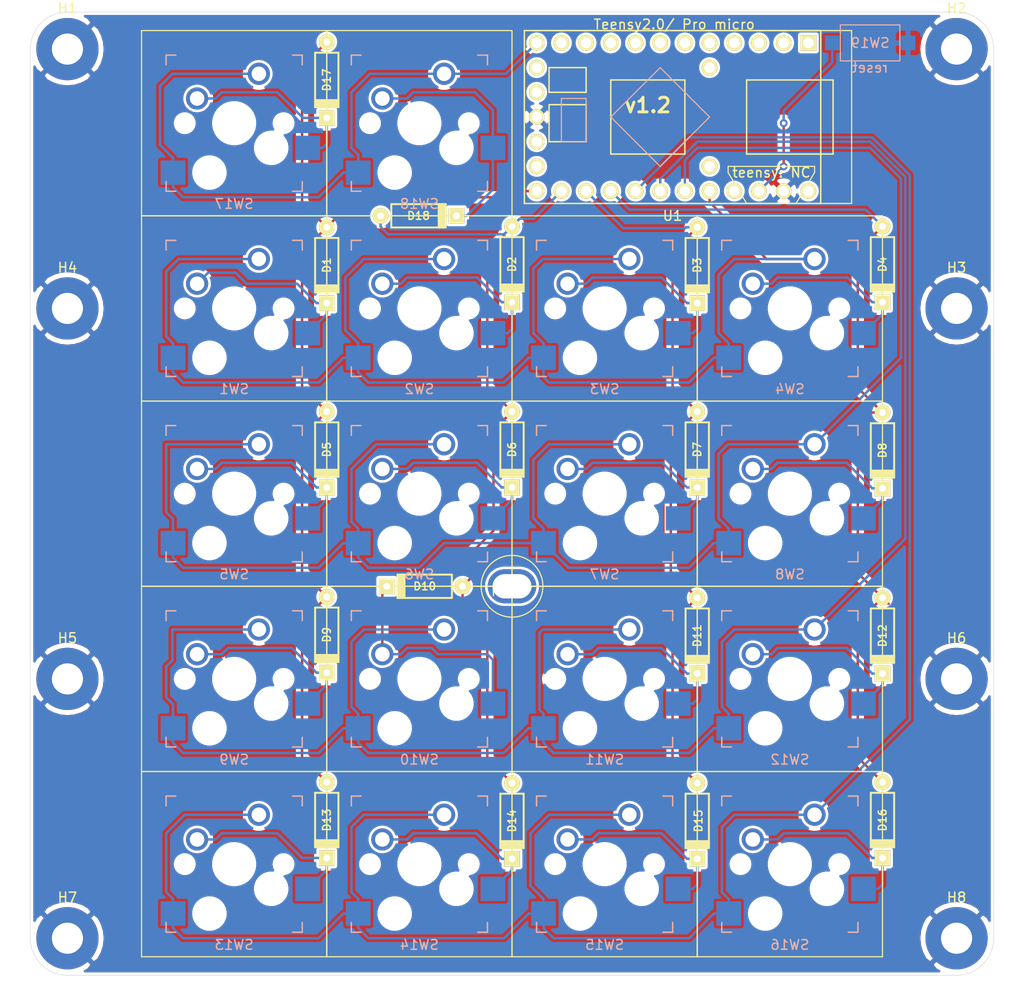
<source format=kicad_pcb>
(kicad_pcb (version 20171130) (host pcbnew "(5.1.2)-2")
  (layers (0 F.Cu signal) (31 B.Cu signal) (34 B.Paste user) (35 F.Paste user) (36 B.SilkS user) (37 F.SilkS user) (38 B.Mask user) (39 F.Mask user) (44 Edge.Cuts user))
  (net 0 "")
  (net 1 "Net-(D6-Pad1)")
  (net 2 COL0)
  (net 3 COL1)
  (net 4 "Net-(D7-Pad1)")
  (net 5 COL2)
  (net 6 "Net-(D8-Pad1)")
  (net 7 "Net-(D9-Pad1)")
  (net 8 COL3)
  (net 9 "Net-(D11-Pad1)")
  (net 10 "Net-(D12-Pad1)")
  (net 11 "Net-(D13-Pad1)")
  (net 12 "Net-(D14-Pad1)")
  (net 13 "Net-(D16-Pad1)")
  (net 14 ROW3)
  (net 15 ROW2)
  (net 16 ROW1)
  (net 17 ROW0)
  (net 18 "Net-(U1-Pad2)")
  (net 19 "Net-(U1-Pad3)")
  (net 20 "Net-(U1-Pad4)")
  (net 21 "Net-(U1-Pad5)")
  (net 22 "Net-(U1-Pad6)")
  (net 23 "Net-(U1-Pad7)")
  (net 24 "Net-(U1-Pad8)")
  (net 25 "Net-(U1-Pad9)")
  (net 26 "Net-(U1-Pad10)")
  (net 27 "Net-(U1-Pad11)")
  (net 28 "Net-(U1-Pad13)")
  (net 29 "Net-(U1-Pad14)")
  (net 30 "Net-(U1-Pad16)")
  (net 31 "Net-(U1-Pad17)")
  (net 32 "Net-(U1-Pad29)")
  (net 33 "Net-(U1-Pad30)")
  (net 34 "Net-(U1-Pad31)")
  (net 35 "Net-(D1-Pad1)")
  (net 36 "Net-(D2-Pad1)")
  (net 37 "Net-(D3-Pad1)")
  (net 38 "Net-(D4-Pad1)")
  (net 39 "Net-(D5-Pad1)")
  (net 40 "Net-(D10-Pad1)")
  (net 41 "Net-(D15-Pad1)")
  (net 42 "Net-(D17-Pad1)")
  (net 43 "Net-(D18-Pad1)")
  (net 44 ROW4)
  (net 45 GND)
  (net 46 "Net-(U1-Pad26)")
  (net 47 "Net-(U1-Pad1)")
  (net 48 "Net-(SW19-Pad1)")
  (module "christ none of these are what i want:M2-mounting-hole-oval" (layer F.Cu) (at 126.365 86.995)
    (fp_text reference REF** (at 0 0.5) (layer F.SilkS))
    (fp_text value M2-mounting-hole-oval)
    (pad "" thru_hole oval (at 0 0) (size 5 3.5) (drill oval 4 2.5) (layers *.Cu *.Mask))
  )
  (module teensy:Teensy2.0 (layer F.Cu) (at 142.875 38.735 180)
    (fp_text reference U1 (at 0 -10.16) (layer F.SilkS))
    (fp_text value Teensy2.0 (at 4.445 9.525) (layer F.SilkS))
    (pad 15 thru_hole circle (at 13.97 0 180) (size 1.6 1.6) (drill 1.1) (layers *.Cu *.Mask F.SilkS) (net 45 GND))
    (pad 1 thru_hole rect (at -13.97 7.62 180) (size 1.6 1.6) (drill 1.1) (layers *.Cu *.Mask F.SilkS) (net 47 "Net-(U1-Pad1)"))
    (pad 2 thru_hole circle (at -11.43 7.62 180) (size 1.6 1.6) (drill 1.1) (layers *.Cu *.Mask F.SilkS) (net 18 "Net-(U1-Pad2)"))
    (pad 3 thru_hole circle (at -8.89 7.62 180) (size 1.6 1.6) (drill 1.1) (layers *.Cu *.Mask F.SilkS) (net 19 "Net-(U1-Pad3)"))
    (pad 4 thru_hole circle (at -6.35 7.62 180) (size 1.6 1.6) (drill 1.1) (layers *.Cu *.Mask F.SilkS) (net 20 "Net-(U1-Pad4)"))
    (pad 5 thru_hole circle (at -3.81 7.62 180) (size 1.6 1.6) (drill 1.1) (layers *.Cu *.Mask F.SilkS) (net 21 "Net-(U1-Pad5)"))
    (pad 6 thru_hole circle (at -1.27 7.62 180) (size 1.6 1.6) (drill 1.1) (layers *.Cu *.Mask F.SilkS) (net 22 "Net-(U1-Pad6)"))
    (pad 7 thru_hole circle (at 1.27 7.62 180) (size 1.6 1.6) (drill 1.1) (layers *.Cu *.Mask F.SilkS) (net 23 "Net-(U1-Pad7)"))
    (pad 8 thru_hole circle (at 3.81 7.62 180) (size 1.6 1.6) (drill 1.1) (layers *.Cu *.Mask F.SilkS) (net 24 "Net-(U1-Pad8)"))
    (pad 9 thru_hole circle (at 6.35 7.62 180) (size 1.6 1.6) (drill 1.1) (layers *.Cu *.Mask F.SilkS) (net 25 "Net-(U1-Pad9)"))
    (pad 10 thru_hole circle (at 8.89 7.62 180) (size 1.6 1.6) (drill 1.1) (layers *.Cu *.Mask F.SilkS) (net 26 "Net-(U1-Pad10)"))
    (pad 11 thru_hole circle (at 11.43 7.62 180) (size 1.6 1.6) (drill 1.1) (layers *.Cu *.Mask F.SilkS) (net 27 "Net-(U1-Pad11)"))
    (pad 12 thru_hole circle (at 13.97 7.62 180) (size 1.6 1.6) (drill 1.1) (layers *.Cu *.Mask F.SilkS) (net 44 ROW4))
    (pad 13 thru_hole circle (at 13.97 5.08 180) (size 1.6 1.6) (drill 1.1) (layers *.Cu *.Mask F.SilkS) (net 28 "Net-(U1-Pad13)"))
    (pad 14 thru_hole circle (at 13.97 2.54 180) (size 1.6 1.6) (drill 1.1) (layers *.Cu *.Mask F.SilkS) (net 29 "Net-(U1-Pad14)"))
    (pad 16 thru_hole circle (at 13.97 -2.54 180) (size 1.6 1.6) (drill 1.1) (layers *.Cu *.Mask F.SilkS) (net 30 "Net-(U1-Pad16)"))
    (pad 17 thru_hole circle (at 13.97 -5.08 180) (size 1.6 1.6) (drill 1.1) (layers *.Cu *.Mask F.SilkS) (net 31 "Net-(U1-Pad17)"))
    (pad 18 thru_hole circle (at 13.97 -7.62 180) (size 1.6 1.6) (drill 1.1) (layers *.Cu *.Mask F.SilkS) (net 2 COL0))
    (pad 19 thru_hole circle (at 11.43 -7.62 180) (size 1.6 1.6) (drill 1.1) (layers *.Cu *.Mask F.SilkS) (net 3 COL1))
    (pad 20 thru_hole circle (at 8.89 -7.62 180) (size 1.6 1.6) (drill 1.1) (layers *.Cu *.Mask F.SilkS) (net 5 COL2))
    (pad 21 thru_hole circle (at 6.35 -7.62 180) (size 1.6 1.6) (drill 1.1) (layers *.Cu *.Mask F.SilkS) (net 8 COL3))
    (pad 22 thru_hole circle (at 3.81 -7.62 180) (size 1.6 1.6) (drill 1.1) (layers *.Cu *.Mask F.SilkS) (net 17 ROW0))
    (pad 23 thru_hole circle (at 1.27 -7.62 180) (size 1.6 1.6) (drill 1.1) (layers *.Cu *.Mask F.SilkS) (net 16 ROW1))
    (pad 24 thru_hole circle (at -1.27 -7.62 180) (size 1.6 1.6) (drill 1.1) (layers *.Cu *.Mask F.SilkS) (net 15 ROW2))
    (pad 25 thru_hole circle (at -3.81 -7.62 180) (size 1.6 1.6) (drill 1.1) (layers *.Cu *.Mask F.SilkS) (net 14 ROW3))
    (pad 26 thru_hole circle (at -6.35 -7.62 180) (size 1.6 1.6) (drill 1.1) (layers *.Cu *.Mask F.SilkS) (net 46 "Net-(U1-Pad26)"))
    (pad 27 thru_hole circle (at -8.89 -7.62 180) (size 1.6 1.6) (drill 1.1) (layers *.Cu *.Mask F.SilkS) (net 48 "Net-(SW19-Pad1)"))
    (pad 28 thru_hole circle (at -11.43 -7.62 180) (size 1.6 1.6) (drill 1.1) (layers *.Cu *.Mask F.SilkS) (net 45 GND))
    (pad 29 thru_hole circle (at -13.97 -7.62 180) (size 1.6 1.6) (drill 1.1) (layers *.Cu *.Mask F.SilkS) (net 32 "Net-(U1-Pad29)"))
    (pad 30 thru_hole circle (at -3.81 5.08 180) (size 1.6 1.6) (drill 1.1) (layers *.Cu *.Mask F.SilkS) (net 33 "Net-(U1-Pad30)"))
    (pad 31 thru_hole circle (at -3.81 -5.08 180) (size 1.6 1.6) (drill 1.1) (layers *.Cu *.Mask F.SilkS) (net 34 "Net-(U1-Pad31)"))
  )
  (module "christ none of these are what i want:Kailh_socket_optional100" (layer F.Cu) (at 135.89 77.47)
    (fp_text reference SW7 (at 0 8.3) (layer B.SilkS) (effects (justify mirror)))
    (fp_text value 6)
    (pad 2 smd rect (at 7.56 2.54) (size 2.55 2.5) (layers B.Cu B.Paste B.Mask) (net 4 "Net-(D7-Pad1)"))
    (pad "" np_thru_hole circle (at -5.08 0) (size 1.7018 1.7018) (drill 1.7018) (layers *.Cu *.Mask))
    (pad "" np_thru_hole circle (at 5.08 0) (size 1.7018 1.7018) (drill 1.7018) (layers *.Cu *.Mask))
    (pad 2 thru_hole circle (at -3.81 -2.54) (size 2.286 2.286) (drill 1.4986) (layers *.Cu *.Mask) (net 4 "Net-(D7-Pad1)"))
    (pad "" np_thru_hole circle (at 0 0) (size 3.9878 3.9878) (drill 3.9878) (layers *.Cu *.Mask))
    (pad 1 thru_hole circle (at 2.54 -5.08) (size 2.286 2.286) (drill 1.4986) (layers *.Cu *.Mask) (net 15 ROW2))
    (pad "" np_thru_hole circle (at 3.81 2.54) (size 3 3) (drill 3) (layers *.Cu *.Mask))
    (pad "" np_thru_hole circle (at -2.54 5.08) (size 3 3) (drill 3) (layers *.Cu *.Mask))
    (pad 1 smd rect (at -6.29 5.08) (size 2.55 2.5) (layers B.Cu B.Paste B.Mask) (net 15 ROW2))
  )
  (module keyboard_parts:D_axial (layer F.Cu) (at 117.385 86.995)
    (fp_text reference D10 (at 0 0) (layer F.SilkS) (effects (font (size 0.8 0.8))))
    (fp_text value DIODE hide)
    (pad 1 thru_hole rect (at -3.9 0) (size 1.6 1.6) (drill 0.7) (layers *.Cu *.Mask F.SilkS) (net 40 "Net-(D10-Pad1)"))
    (pad 2 thru_hole circle (at 3.9 0) (size 1.6 1.6) (drill 0.7) (layers *.Cu *.Mask F.SilkS) (net 3 COL1))
  )
  (module keyboard_parts:D_axial (layer F.Cu) (at 107.315 53.975 90)
    (fp_text reference D1 (at 0 0 90) (layer F.SilkS) (effects (font (size 0.8 0.8))))
    (fp_text value DIODE hide)
    (pad 1 thru_hole rect (at -3.9 0 90) (size 1.6 1.6) (drill 0.7) (layers *.Cu *.Mask F.SilkS) (net 35 "Net-(D1-Pad1)"))
    (pad 2 thru_hole circle (at 3.9 0 90) (size 1.6 1.6) (drill 0.7) (layers *.Cu *.Mask F.SilkS) (net 2 COL0))
  )
  (module keyboard_parts:D_axial (layer F.Cu) (at 126.365 53.885 90)
    (fp_text reference D2 (at 0 0 90) (layer F.SilkS) (effects (font (size 0.8 0.8))))
    (fp_text value DIODE hide)
    (pad 1 thru_hole rect (at -3.9 0 90) (size 1.6 1.6) (drill 0.7) (layers *.Cu *.Mask F.SilkS) (net 36 "Net-(D2-Pad1)"))
    (pad 2 thru_hole circle (at 3.9 0 90) (size 1.6 1.6) (drill 0.7) (layers *.Cu *.Mask F.SilkS) (net 3 COL1))
  )
  (module keyboard_parts:D_axial (layer F.Cu) (at 145.415 53.975 90)
    (fp_text reference D3 (at 0 0 90) (layer F.SilkS) (effects (font (size 0.8 0.8))))
    (fp_text value DIODE hide)
    (pad 1 thru_hole rect (at -3.9 0 90) (size 1.6 1.6) (drill 0.7) (layers *.Cu *.Mask F.SilkS) (net 37 "Net-(D3-Pad1)"))
    (pad 2 thru_hole circle (at 3.9 0 90) (size 1.6 1.6) (drill 0.7) (layers *.Cu *.Mask F.SilkS) (net 5 COL2))
  )
  (module keyboard_parts:D_axial (layer F.Cu) (at 164.465 53.885 90)
    (fp_text reference D4 (at 0 0 90) (layer F.SilkS) (effects (font (size 0.8 0.8))))
    (fp_text value DIODE hide)
    (pad 1 thru_hole rect (at -3.9 0 90) (size 1.6 1.6) (drill 0.7) (layers *.Cu *.Mask F.SilkS) (net 38 "Net-(D4-Pad1)"))
    (pad 2 thru_hole circle (at 3.9 0 90) (size 1.6 1.6) (drill 0.7) (layers *.Cu *.Mask F.SilkS) (net 8 COL3))
  )
  (module keyboard_parts:D_axial (layer F.Cu) (at 107.315 72.935 90)
    (fp_text reference D5 (at 0 0 90) (layer F.SilkS) (effects (font (size 0.8 0.8))))
    (fp_text value DIODE hide)
    (pad 2 thru_hole circle (at 3.9 0 90) (size 1.6 1.6) (drill 0.7) (layers *.Cu *.Mask F.SilkS) (net 2 COL0))
    (pad 1 thru_hole rect (at -3.9 0 90) (size 1.6 1.6) (drill 0.7) (layers *.Cu *.Mask F.SilkS) (net 39 "Net-(D5-Pad1)"))
  )
  (module keyboard_parts:D_axial (layer F.Cu) (at 126.365 72.935 90)
    (fp_text reference D6 (at 0 0 90) (layer F.SilkS) (effects (font (size 0.8 0.8))))
    (fp_text value DIODE hide)
    (pad 2 thru_hole circle (at 3.9 0 90) (size 1.6 1.6) (drill 0.7) (layers *.Cu *.Mask F.SilkS) (net 3 COL1))
    (pad 1 thru_hole rect (at -3.9 0 90) (size 1.6 1.6) (drill 0.7) (layers *.Cu *.Mask F.SilkS) (net 1 "Net-(D6-Pad1)"))
  )
  (module keyboard_parts:D_axial (layer F.Cu) (at 145.415 72.935 90)
    (fp_text reference D7 (at 0 0 90) (layer F.SilkS) (effects (font (size 0.8 0.8))))
    (fp_text value DIODE hide)
    (pad 2 thru_hole circle (at 3.9 0 90) (size 1.6 1.6) (drill 0.7) (layers *.Cu *.Mask F.SilkS) (net 5 COL2))
    (pad 1 thru_hole rect (at -3.9 0 90) (size 1.6 1.6) (drill 0.7) (layers *.Cu *.Mask F.SilkS) (net 4 "Net-(D7-Pad1)"))
  )
  (module keyboard_parts:D_axial (layer F.Cu) (at 164.465 73.025 90)
    (fp_text reference D8 (at 0 0 90) (layer F.SilkS) (effects (font (size 0.8 0.8))))
    (fp_text value DIODE hide)
    (pad 2 thru_hole circle (at 3.9 0 90) (size 1.6 1.6) (drill 0.7) (layers *.Cu *.Mask F.SilkS) (net 8 COL3))
    (pad 1 thru_hole rect (at -3.9 0 90) (size 1.6 1.6) (drill 0.7) (layers *.Cu *.Mask F.SilkS) (net 6 "Net-(D8-Pad1)"))
  )
  (module keyboard_parts:D_axial (layer F.Cu) (at 107.315 91.985 90)
    (fp_text reference D9 (at 0 0 90) (layer F.SilkS) (effects (font (size 0.8 0.8))))
    (fp_text value DIODE hide)
    (pad 1 thru_hole rect (at -3.9 0 90) (size 1.6 1.6) (drill 0.7) (layers *.Cu *.Mask F.SilkS) (net 7 "Net-(D9-Pad1)"))
    (pad 2 thru_hole circle (at 3.9 0 90) (size 1.6 1.6) (drill 0.7) (layers *.Cu *.Mask F.SilkS) (net 2 COL0))
  )
  (module keyboard_parts:D_axial (layer F.Cu) (at 145.415 92.075 90)
    (fp_text reference D11 (at 0 0 90) (layer F.SilkS) (effects (font (size 0.8 0.8))))
    (fp_text value DIODE hide)
    (pad 1 thru_hole rect (at -3.9 0 90) (size 1.6 1.6) (drill 0.7) (layers *.Cu *.Mask F.SilkS) (net 9 "Net-(D11-Pad1)"))
    (pad 2 thru_hole circle (at 3.9 0 90) (size 1.6 1.6) (drill 0.7) (layers *.Cu *.Mask F.SilkS) (net 5 COL2))
  )
  (module keyboard_parts:D_axial (layer F.Cu) (at 164.465 92.075 90)
    (fp_text reference D12 (at 0 0 90) (layer F.SilkS) (effects (font (size 0.8 0.8))))
    (fp_text value DIODE hide)
    (pad 1 thru_hole rect (at -3.9 0 90) (size 1.6 1.6) (drill 0.7) (layers *.Cu *.Mask F.SilkS) (net 10 "Net-(D12-Pad1)"))
    (pad 2 thru_hole circle (at 3.9 0 90) (size 1.6 1.6) (drill 0.7) (layers *.Cu *.Mask F.SilkS) (net 8 COL3))
  )
  (module keyboard_parts:D_axial (layer F.Cu) (at 107.315 111.035 90)
    (fp_text reference D13 (at 0 0 90) (layer F.SilkS) (effects (font (size 0.8 0.8))))
    (fp_text value DIODE hide)
    (pad 2 thru_hole circle (at 3.9 0 90) (size 1.6 1.6) (drill 0.7) (layers *.Cu *.Mask F.SilkS) (net 2 COL0))
    (pad 1 thru_hole rect (at -3.9 0 90) (size 1.6 1.6) (drill 0.7) (layers *.Cu *.Mask F.SilkS) (net 11 "Net-(D13-Pad1)"))
  )
  (module keyboard_parts:D_axial (layer F.Cu) (at 126.365 111.125 90)
    (fp_text reference D14 (at 0 0 90) (layer F.SilkS) (effects (font (size 0.8 0.8))))
    (fp_text value DIODE hide)
    (pad 2 thru_hole circle (at 3.9 0 90) (size 1.6 1.6) (drill 0.7) (layers *.Cu *.Mask F.SilkS) (net 3 COL1))
    (pad 1 thru_hole rect (at -3.9 0 90) (size 1.6 1.6) (drill 0.7) (layers *.Cu *.Mask F.SilkS) (net 12 "Net-(D14-Pad1)"))
  )
  (module keyboard_parts:D_axial (layer F.Cu) (at 145.415 111.125 90)
    (fp_text reference D15 (at 0 0.119999 90) (layer F.SilkS) (effects (font (size 0.8 0.8))))
    (fp_text value DIODE hide)
    (pad 2 thru_hole circle (at 3.9 0 90) (size 1.6 1.6) (drill 0.7) (layers *.Cu *.Mask F.SilkS) (net 5 COL2))
    (pad 1 thru_hole rect (at -3.9 0 90) (size 1.6 1.6) (drill 0.7) (layers *.Cu *.Mask F.SilkS) (net 41 "Net-(D15-Pad1)"))
  )
  (module keyboard_parts:D_axial (layer F.Cu) (at 164.465 111.035 90)
    (fp_text reference D16 (at 0 0 90) (layer F.SilkS) (effects (font (size 0.8 0.8))))
    (fp_text value DIODE hide)
    (pad 2 thru_hole circle (at 3.9 0 90) (size 1.6 1.6) (drill 0.7) (layers *.Cu *.Mask F.SilkS) (net 8 COL3))
    (pad 1 thru_hole rect (at -3.9 0 90) (size 1.6 1.6) (drill 0.7) (layers *.Cu *.Mask F.SilkS) (net 13 "Net-(D16-Pad1)"))
  )
  (module keyboard_parts:D_axial (layer F.Cu) (at 107.315 34.925 90)
    (fp_text reference D17 (at 0 0 90) (layer F.SilkS) (effects (font (size 0.8 0.8))))
    (fp_text value DIODE hide)
    (pad 1 thru_hole rect (at -3.9 0 90) (size 1.6 1.6) (drill 0.7) (layers *.Cu *.Mask F.SilkS) (net 42 "Net-(D17-Pad1)"))
    (pad 2 thru_hole circle (at 3.9 0 90) (size 1.6 1.6) (drill 0.7) (layers *.Cu *.Mask F.SilkS) (net 2 COL0))
  )
  (module "christ none of these are what i want:Kailh_socket_optional100" (layer F.Cu) (at 97.79 58.42)
    (fp_text reference SW1 (at 0 8.3) (layer B.SilkS) (effects (justify mirror)))
    (fp_text value 7)
    (pad 1 smd rect (at -6.29 5.08) (size 2.55 2.5) (layers B.Cu B.Paste B.Mask) (net 14 ROW3))
    (pad "" np_thru_hole circle (at -2.54 5.08) (size 3 3) (drill 3) (layers *.Cu *.Mask))
    (pad "" np_thru_hole circle (at 3.81 2.54) (size 3 3) (drill 3) (layers *.Cu *.Mask))
    (pad 1 thru_hole circle (at 2.54 -5.08) (size 2.286 2.286) (drill 1.4986) (layers *.Cu *.Mask) (net 14 ROW3))
    (pad "" np_thru_hole circle (at 0 0) (size 3.9878 3.9878) (drill 3.9878) (layers *.Cu *.Mask))
    (pad 2 thru_hole circle (at -3.81 -2.54) (size 2.286 2.286) (drill 1.4986) (layers *.Cu *.Mask) (net 35 "Net-(D1-Pad1)"))
    (pad "" np_thru_hole circle (at 5.08 0) (size 1.7018 1.7018) (drill 1.7018) (layers *.Cu *.Mask))
    (pad "" np_thru_hole circle (at -5.08 0) (size 1.7018 1.7018) (drill 1.7018) (layers *.Cu *.Mask))
    (pad 2 smd rect (at 7.56 2.54) (size 2.55 2.5) (layers B.Cu B.Paste B.Mask) (net 35 "Net-(D1-Pad1)"))
  )
  (module "christ none of these are what i want:Kailh_socket_optional100" (layer F.Cu) (at 116.84 58.42)
    (fp_text reference SW2 (at 0 8.3) (layer B.SilkS) (effects (justify mirror)))
    (fp_text value 8)
    (pad 1 smd rect (at -6.29 5.08) (size 2.55 2.5) (layers B.Cu B.Paste B.Mask) (net 14 ROW3))
    (pad "" np_thru_hole circle (at -2.54 5.08) (size 3 3) (drill 3) (layers *.Cu *.Mask))
    (pad "" np_thru_hole circle (at 3.81 2.54) (size 3 3) (drill 3) (layers *.Cu *.Mask))
    (pad 1 thru_hole circle (at 2.54 -5.08) (size 2.286 2.286) (drill 1.4986) (layers *.Cu *.Mask) (net 14 ROW3))
    (pad "" np_thru_hole circle (at 0 0) (size 3.9878 3.9878) (drill 3.9878) (layers *.Cu *.Mask))
    (pad 2 thru_hole circle (at -3.81 -2.54) (size 2.286 2.286) (drill 1.4986) (layers *.Cu *.Mask) (net 36 "Net-(D2-Pad1)"))
    (pad "" np_thru_hole circle (at 5.08 0) (size 1.7018 1.7018) (drill 1.7018) (layers *.Cu *.Mask))
    (pad "" np_thru_hole circle (at -5.08 0) (size 1.7018 1.7018) (drill 1.7018) (layers *.Cu *.Mask))
    (pad 2 smd rect (at 7.56 2.54) (size 2.55 2.5) (layers B.Cu B.Paste B.Mask) (net 36 "Net-(D2-Pad1)"))
  )
  (module "christ none of these are what i want:Kailh_socket_optional100" (layer F.Cu) (at 135.89 58.42)
    (fp_text reference SW3 (at 0 8.3) (layer B.SilkS) (effects (justify mirror)))
    (fp_text value 9)
    (pad 1 smd rect (at -6.29 5.08) (size 2.55 2.5) (layers B.Cu B.Paste B.Mask) (net 14 ROW3))
    (pad "" np_thru_hole circle (at -2.54 5.08) (size 3 3) (drill 3) (layers *.Cu *.Mask))
    (pad "" np_thru_hole circle (at 3.81 2.54) (size 3 3) (drill 3) (layers *.Cu *.Mask))
    (pad 1 thru_hole circle (at 2.54 -5.08) (size 2.286 2.286) (drill 1.4986) (layers *.Cu *.Mask) (net 14 ROW3))
    (pad "" np_thru_hole circle (at 0 0) (size 3.9878 3.9878) (drill 3.9878) (layers *.Cu *.Mask))
    (pad 2 thru_hole circle (at -3.81 -2.54) (size 2.286 2.286) (drill 1.4986) (layers *.Cu *.Mask) (net 37 "Net-(D3-Pad1)"))
    (pad "" np_thru_hole circle (at 5.08 0) (size 1.7018 1.7018) (drill 1.7018) (layers *.Cu *.Mask))
    (pad "" np_thru_hole circle (at -5.08 0) (size 1.7018 1.7018) (drill 1.7018) (layers *.Cu *.Mask))
    (pad 2 smd rect (at 7.56 2.54) (size 2.55 2.5) (layers B.Cu B.Paste B.Mask) (net 37 "Net-(D3-Pad1)"))
  )
  (module "christ none of these are what i want:Kailh_socket_optional100" (layer F.Cu) (at 154.94 58.42)
    (fp_text reference SW4 (at 0 8.3) (layer B.SilkS) (effects (justify mirror)))
    (fp_text value -)
    (pad 2 smd rect (at 7.56 2.54) (size 2.55 2.5) (layers B.Cu B.Paste B.Mask) (net 38 "Net-(D4-Pad1)"))
    (pad "" np_thru_hole circle (at -5.08 0) (size 1.7018 1.7018) (drill 1.7018) (layers *.Cu *.Mask))
    (pad "" np_thru_hole circle (at 5.08 0) (size 1.7018 1.7018) (drill 1.7018) (layers *.Cu *.Mask))
    (pad 2 thru_hole circle (at -3.81 -2.54) (size 2.286 2.286) (drill 1.4986) (layers *.Cu *.Mask) (net 38 "Net-(D4-Pad1)"))
    (pad "" np_thru_hole circle (at 0 0) (size 3.9878 3.9878) (drill 3.9878) (layers *.Cu *.Mask))
    (pad 1 thru_hole circle (at 2.54 -5.08) (size 2.286 2.286) (drill 1.4986) (layers *.Cu *.Mask) (net 14 ROW3))
    (pad "" np_thru_hole circle (at 3.81 2.54) (size 3 3) (drill 3) (layers *.Cu *.Mask))
    (pad "" np_thru_hole circle (at -2.54 5.08) (size 3 3) (drill 3) (layers *.Cu *.Mask))
    (pad 1 smd rect (at -6.29 5.08) (size 2.55 2.5) (layers B.Cu B.Paste B.Mask) (net 14 ROW3))
  )
  (module "christ none of these are what i want:Kailh_socket_optional100" (layer F.Cu) (at 97.79 77.47)
    (fp_text reference SW5 (at 0 8.3) (layer B.SilkS) (effects (justify mirror)))
    (fp_text value 4)
    (pad 2 smd rect (at 7.56 2.54) (size 2.55 2.5) (layers B.Cu B.Paste B.Mask) (net 39 "Net-(D5-Pad1)"))
    (pad "" np_thru_hole circle (at -5.08 0) (size 1.7018 1.7018) (drill 1.7018) (layers *.Cu *.Mask))
    (pad "" np_thru_hole circle (at 5.08 0) (size 1.7018 1.7018) (drill 1.7018) (layers *.Cu *.Mask))
    (pad 2 thru_hole circle (at -3.81 -2.54) (size 2.286 2.286) (drill 1.4986) (layers *.Cu *.Mask) (net 39 "Net-(D5-Pad1)"))
    (pad "" np_thru_hole circle (at 0 0) (size 3.9878 3.9878) (drill 3.9878) (layers *.Cu *.Mask))
    (pad 1 thru_hole circle (at 2.54 -5.08) (size 2.286 2.286) (drill 1.4986) (layers *.Cu *.Mask) (net 15 ROW2))
    (pad "" np_thru_hole circle (at 3.81 2.54) (size 3 3) (drill 3) (layers *.Cu *.Mask))
    (pad "" np_thru_hole circle (at -2.54 5.08) (size 3 3) (drill 3) (layers *.Cu *.Mask))
    (pad 1 smd rect (at -6.29 5.08) (size 2.55 2.5) (layers B.Cu B.Paste B.Mask) (net 15 ROW2))
  )
  (module "christ none of these are what i want:Kailh_socket_optional100" (layer F.Cu) (at 116.84 77.47)
    (fp_text reference SW6 (at 0 8.3) (layer B.SilkS) (effects (justify mirror)))
    (fp_text value 5)
    (pad 1 smd rect (at -6.29 5.08) (size 2.55 2.5) (layers B.Cu B.Paste B.Mask) (net 15 ROW2))
    (pad "" np_thru_hole circle (at -2.54 5.08) (size 3 3) (drill 3) (layers *.Cu *.Mask))
    (pad "" np_thru_hole circle (at 3.81 2.54) (size 3 3) (drill 3) (layers *.Cu *.Mask))
    (pad 1 thru_hole circle (at 2.54 -5.08) (size 2.286 2.286) (drill 1.4986) (layers *.Cu *.Mask) (net 15 ROW2))
    (pad "" np_thru_hole circle (at 0 0) (size 3.9878 3.9878) (drill 3.9878) (layers *.Cu *.Mask))
    (pad 2 thru_hole circle (at -3.81 -2.54) (size 2.286 2.286) (drill 1.4986) (layers *.Cu *.Mask) (net 1 "Net-(D6-Pad1)"))
    (pad "" np_thru_hole circle (at 5.08 0) (size 1.7018 1.7018) (drill 1.7018) (layers *.Cu *.Mask))
    (pad "" np_thru_hole circle (at -5.08 0) (size 1.7018 1.7018) (drill 1.7018) (layers *.Cu *.Mask))
    (pad 2 smd rect (at 7.56 2.54) (size 2.55 2.5) (layers B.Cu B.Paste B.Mask) (net 1 "Net-(D6-Pad1)"))
  )
  (module "christ none of these are what i want:Kailh_socket_optional100" (layer F.Cu) (at 154.94 77.47)
    (fp_text reference SW8 (at 0 8.3) (layer B.SilkS) (effects (justify mirror)))
    (fp_text value *)
    (pad 1 smd rect (at -6.29 5.08) (size 2.55 2.5) (layers B.Cu B.Paste B.Mask) (net 15 ROW2))
    (pad "" np_thru_hole circle (at -2.54 5.08) (size 3 3) (drill 3) (layers *.Cu *.Mask))
    (pad "" np_thru_hole circle (at 3.81 2.54) (size 3 3) (drill 3) (layers *.Cu *.Mask))
    (pad 1 thru_hole circle (at 2.54 -5.08) (size 2.286 2.286) (drill 1.4986) (layers *.Cu *.Mask) (net 15 ROW2))
    (pad "" np_thru_hole circle (at 0 0) (size 3.9878 3.9878) (drill 3.9878) (layers *.Cu *.Mask))
    (pad 2 thru_hole circle (at -3.81 -2.54) (size 2.286 2.286) (drill 1.4986) (layers *.Cu *.Mask) (net 6 "Net-(D8-Pad1)"))
    (pad "" np_thru_hole circle (at 5.08 0) (size 1.7018 1.7018) (drill 1.7018) (layers *.Cu *.Mask))
    (pad "" np_thru_hole circle (at -5.08 0) (size 1.7018 1.7018) (drill 1.7018) (layers *.Cu *.Mask))
    (pad 2 smd rect (at 7.56 2.54) (size 2.55 2.5) (layers B.Cu B.Paste B.Mask) (net 6 "Net-(D8-Pad1)"))
  )
  (module "christ none of these are what i want:Kailh_socket_optional100" (layer F.Cu) (at 97.79 96.52)
    (fp_text reference SW9 (at 0 8.3) (layer B.SilkS) (effects (justify mirror)))
    (fp_text value 1)
    (pad 1 smd rect (at -6.29 5.08) (size 2.55 2.5) (layers B.Cu B.Paste B.Mask) (net 16 ROW1))
    (pad "" np_thru_hole circle (at -2.54 5.08) (size 3 3) (drill 3) (layers *.Cu *.Mask))
    (pad "" np_thru_hole circle (at 3.81 2.54) (size 3 3) (drill 3) (layers *.Cu *.Mask))
    (pad 1 thru_hole circle (at 2.54 -5.08) (size 2.286 2.286) (drill 1.4986) (layers *.Cu *.Mask) (net 16 ROW1))
    (pad "" np_thru_hole circle (at 0 0) (size 3.9878 3.9878) (drill 3.9878) (layers *.Cu *.Mask))
    (pad 2 thru_hole circle (at -3.81 -2.54) (size 2.286 2.286) (drill 1.4986) (layers *.Cu *.Mask) (net 7 "Net-(D9-Pad1)"))
    (pad "" np_thru_hole circle (at 5.08 0) (size 1.7018 1.7018) (drill 1.7018) (layers *.Cu *.Mask))
    (pad "" np_thru_hole circle (at -5.08 0) (size 1.7018 1.7018) (drill 1.7018) (layers *.Cu *.Mask))
    (pad 2 smd rect (at 7.56 2.54) (size 2.55 2.5) (layers B.Cu B.Paste B.Mask) (net 7 "Net-(D9-Pad1)"))
  )
  (module "christ none of these are what i want:Kailh_socket_optional100" (layer F.Cu) (at 116.84 96.52)
    (fp_text reference SW10 (at 0 8.3) (layer B.SilkS) (effects (justify mirror)))
    (fp_text value 2)
    (pad 2 smd rect (at 7.56 2.54) (size 2.55 2.5) (layers B.Cu B.Paste B.Mask) (net 40 "Net-(D10-Pad1)"))
    (pad "" np_thru_hole circle (at -5.08 0) (size 1.7018 1.7018) (drill 1.7018) (layers *.Cu *.Mask))
    (pad "" np_thru_hole circle (at 5.08 0) (size 1.7018 1.7018) (drill 1.7018) (layers *.Cu *.Mask))
    (pad 2 thru_hole circle (at -3.81 -2.54) (size 2.286 2.286) (drill 1.4986) (layers *.Cu *.Mask) (net 40 "Net-(D10-Pad1)"))
    (pad "" np_thru_hole circle (at 0 0) (size 3.9878 3.9878) (drill 3.9878) (layers *.Cu *.Mask))
    (pad 1 thru_hole circle (at 2.54 -5.08) (size 2.286 2.286) (drill 1.4986) (layers *.Cu *.Mask) (net 16 ROW1))
    (pad "" np_thru_hole circle (at 3.81 2.54) (size 3 3) (drill 3) (layers *.Cu *.Mask))
    (pad "" np_thru_hole circle (at -2.54 5.08) (size 3 3) (drill 3) (layers *.Cu *.Mask))
    (pad 1 smd rect (at -6.29 5.08) (size 2.55 2.5) (layers B.Cu B.Paste B.Mask) (net 16 ROW1))
  )
  (module "christ none of these are what i want:Kailh_socket_optional100" (layer F.Cu) (at 135.89 96.52)
    (fp_text reference SW11 (at 0 8.3) (layer B.SilkS) (effects (justify mirror)))
    (fp_text value 3)
    (pad 1 smd rect (at -6.29 5.08) (size 2.55 2.5) (layers B.Cu B.Paste B.Mask) (net 16 ROW1))
    (pad "" np_thru_hole circle (at -2.54 5.08) (size 3 3) (drill 3) (layers *.Cu *.Mask))
    (pad "" np_thru_hole circle (at 3.81 2.54) (size 3 3) (drill 3) (layers *.Cu *.Mask))
    (pad 1 thru_hole circle (at 2.54 -5.08) (size 2.286 2.286) (drill 1.4986) (layers *.Cu *.Mask) (net 16 ROW1))
    (pad "" np_thru_hole circle (at 0 0) (size 3.9878 3.9878) (drill 3.9878) (layers *.Cu *.Mask))
    (pad 2 thru_hole circle (at -3.81 -2.54) (size 2.286 2.286) (drill 1.4986) (layers *.Cu *.Mask) (net 9 "Net-(D11-Pad1)"))
    (pad "" np_thru_hole circle (at 5.08 0) (size 1.7018 1.7018) (drill 1.7018) (layers *.Cu *.Mask))
    (pad "" np_thru_hole circle (at -5.08 0) (size 1.7018 1.7018) (drill 1.7018) (layers *.Cu *.Mask))
    (pad 2 smd rect (at 7.56 2.54) (size 2.55 2.5) (layers B.Cu B.Paste B.Mask) (net 9 "Net-(D11-Pad1)"))
  )
  (module "christ none of these are what i want:Kailh_socket_optional100" (layer F.Cu) (at 154.94 96.52)
    (fp_text reference SW12 (at 0 8.3) (layer B.SilkS) (effects (justify mirror)))
    (fp_text value +)
    (pad 1 smd rect (at -6.29 5.08) (size 2.55 2.5) (layers B.Cu B.Paste B.Mask) (net 16 ROW1))
    (pad "" np_thru_hole circle (at -2.54 5.08) (size 3 3) (drill 3) (layers *.Cu *.Mask))
    (pad "" np_thru_hole circle (at 3.81 2.54) (size 3 3) (drill 3) (layers *.Cu *.Mask))
    (pad 1 thru_hole circle (at 2.54 -5.08) (size 2.286 2.286) (drill 1.4986) (layers *.Cu *.Mask) (net 16 ROW1))
    (pad "" np_thru_hole circle (at 0 0) (size 3.9878 3.9878) (drill 3.9878) (layers *.Cu *.Mask))
    (pad 2 thru_hole circle (at -3.81 -2.54) (size 2.286 2.286) (drill 1.4986) (layers *.Cu *.Mask) (net 10 "Net-(D12-Pad1)"))
    (pad "" np_thru_hole circle (at 5.08 0) (size 1.7018 1.7018) (drill 1.7018) (layers *.Cu *.Mask))
    (pad "" np_thru_hole circle (at -5.08 0) (size 1.7018 1.7018) (drill 1.7018) (layers *.Cu *.Mask))
    (pad 2 smd rect (at 7.56 2.54) (size 2.55 2.5) (layers B.Cu B.Paste B.Mask) (net 10 "Net-(D12-Pad1)"))
  )
  (module "christ none of these are what i want:Kailh_socket_optional100" (layer F.Cu) (at 97.79 115.57)
    (fp_text reference SW13 (at 0 8.3) (layer B.SilkS) (effects (justify mirror)))
    (fp_text value 0)
    (pad 2 smd rect (at 7.56 2.54) (size 2.55 2.5) (layers B.Cu B.Paste B.Mask) (net 11 "Net-(D13-Pad1)"))
    (pad "" np_thru_hole circle (at -5.08 0) (size 1.7018 1.7018) (drill 1.7018) (layers *.Cu *.Mask))
    (pad "" np_thru_hole circle (at 5.08 0) (size 1.7018 1.7018) (drill 1.7018) (layers *.Cu *.Mask))
    (pad 2 thru_hole circle (at -3.81 -2.54) (size 2.286 2.286) (drill 1.4986) (layers *.Cu *.Mask) (net 11 "Net-(D13-Pad1)"))
    (pad "" np_thru_hole circle (at 0 0) (size 3.9878 3.9878) (drill 3.9878) (layers *.Cu *.Mask))
    (pad 1 thru_hole circle (at 2.54 -5.08) (size 2.286 2.286) (drill 1.4986) (layers *.Cu *.Mask) (net 17 ROW0))
    (pad "" np_thru_hole circle (at 3.81 2.54) (size 3 3) (drill 3) (layers *.Cu *.Mask))
    (pad "" np_thru_hole circle (at -2.54 5.08) (size 3 3) (drill 3) (layers *.Cu *.Mask))
    (pad 1 smd rect (at -6.29 5.08) (size 2.55 2.5) (layers B.Cu B.Paste B.Mask) (net 17 ROW0))
  )
  (module "christ none of these are what i want:Kailh_socket_optional100" (layer F.Cu) (at 116.84 115.57)
    (fp_text reference SW14 (at 0 8.3) (layer B.SilkS) (effects (justify mirror)))
    (fp_text value .)
    (pad 1 smd rect (at -6.29 5.08) (size 2.55 2.5) (layers B.Cu B.Paste B.Mask) (net 17 ROW0))
    (pad "" np_thru_hole circle (at -2.54 5.08) (size 3 3) (drill 3) (layers *.Cu *.Mask))
    (pad "" np_thru_hole circle (at 3.81 2.54) (size 3 3) (drill 3) (layers *.Cu *.Mask))
    (pad 1 thru_hole circle (at 2.54 -5.08) (size 2.286 2.286) (drill 1.4986) (layers *.Cu *.Mask) (net 17 ROW0))
    (pad "" np_thru_hole circle (at 0 0) (size 3.9878 3.9878) (drill 3.9878) (layers *.Cu *.Mask))
    (pad 2 thru_hole circle (at -3.81 -2.54) (size 2.286 2.286) (drill 1.4986) (layers *.Cu *.Mask) (net 12 "Net-(D14-Pad1)"))
    (pad "" np_thru_hole circle (at 5.08 0) (size 1.7018 1.7018) (drill 1.7018) (layers *.Cu *.Mask))
    (pad "" np_thru_hole circle (at -5.08 0) (size 1.7018 1.7018) (drill 1.7018) (layers *.Cu *.Mask))
    (pad 2 smd rect (at 7.56 2.54) (size 2.55 2.5) (layers B.Cu B.Paste B.Mask) (net 12 "Net-(D14-Pad1)"))
  )
  (module "christ none of these are what i want:Kailh_socket_optional100" (layer F.Cu) (at 135.89 115.57)
    (fp_text reference SW15 (at 0 8.3) (layer B.SilkS) (effects (justify mirror)))
    (fp_text value /)
    (pad 2 smd rect (at 7.56 2.54) (size 2.55 2.5) (layers B.Cu B.Paste B.Mask) (net 41 "Net-(D15-Pad1)"))
    (pad "" np_thru_hole circle (at -5.08 0) (size 1.7018 1.7018) (drill 1.7018) (layers *.Cu *.Mask))
    (pad "" np_thru_hole circle (at 5.08 0) (size 1.7018 1.7018) (drill 1.7018) (layers *.Cu *.Mask))
    (pad 2 thru_hole circle (at -3.81 -2.54) (size 2.286 2.286) (drill 1.4986) (layers *.Cu *.Mask) (net 41 "Net-(D15-Pad1)"))
    (pad "" np_thru_hole circle (at 0 0) (size 3.9878 3.9878) (drill 3.9878) (layers *.Cu *.Mask))
    (pad 1 thru_hole circle (at 2.54 -5.08) (size 2.286 2.286) (drill 1.4986) (layers *.Cu *.Mask) (net 17 ROW0))
    (pad "" np_thru_hole circle (at 3.81 2.54) (size 3 3) (drill 3) (layers *.Cu *.Mask))
    (pad "" np_thru_hole circle (at -2.54 5.08) (size 3 3) (drill 3) (layers *.Cu *.Mask))
    (pad 1 smd rect (at -6.29 5.08) (size 2.55 2.5) (layers B.Cu B.Paste B.Mask) (net 17 ROW0))
  )
  (module "christ none of these are what i want:Kailh_socket_optional100" (layer F.Cu) (at 154.94 115.57)
    (fp_text reference SW16 (at 0 8.3) (layer B.SilkS) (effects (justify mirror)))
    (fp_text value Enter)
    (pad 2 smd rect (at 7.56 2.54) (size 2.55 2.5) (layers B.Cu B.Paste B.Mask) (net 13 "Net-(D16-Pad1)"))
    (pad "" np_thru_hole circle (at -5.08 0) (size 1.7018 1.7018) (drill 1.7018) (layers *.Cu *.Mask))
    (pad "" np_thru_hole circle (at 5.08 0) (size 1.7018 1.7018) (drill 1.7018) (layers *.Cu *.Mask))
    (pad 2 thru_hole circle (at -3.81 -2.54) (size 2.286 2.286) (drill 1.4986) (layers *.Cu *.Mask) (net 13 "Net-(D16-Pad1)"))
    (pad "" np_thru_hole circle (at 0 0) (size 3.9878 3.9878) (drill 3.9878) (layers *.Cu *.Mask))
    (pad 1 thru_hole circle (at 2.54 -5.08) (size 2.286 2.286) (drill 1.4986) (layers *.Cu *.Mask) (net 17 ROW0))
    (pad "" np_thru_hole circle (at 3.81 2.54) (size 3 3) (drill 3) (layers *.Cu *.Mask))
    (pad "" np_thru_hole circle (at -2.54 5.08) (size 3 3) (drill 3) (layers *.Cu *.Mask))
    (pad 1 smd rect (at -6.29 5.08) (size 2.55 2.5) (layers B.Cu B.Paste B.Mask) (net 17 ROW0))
  )
  (module "christ none of these are what i want:Kailh_socket_optional100" (layer F.Cu) (at 97.79 39.37)
    (fp_text reference SW17 (at 0 8.3) (layer B.SilkS) (effects (justify mirror)))
    (fp_text value Blank1)
    (pad 2 smd rect (at 7.56 2.54) (size 2.55 2.5) (layers B.Cu B.Paste B.Mask) (net 42 "Net-(D17-Pad1)"))
    (pad "" np_thru_hole circle (at -5.08 0) (size 1.7018 1.7018) (drill 1.7018) (layers *.Cu *.Mask))
    (pad "" np_thru_hole circle (at 5.08 0) (size 1.7018 1.7018) (drill 1.7018) (layers *.Cu *.Mask))
    (pad 2 thru_hole circle (at -3.81 -2.54) (size 2.286 2.286) (drill 1.4986) (layers *.Cu *.Mask) (net 42 "Net-(D17-Pad1)"))
    (pad "" np_thru_hole circle (at 0 0) (size 3.9878 3.9878) (drill 3.9878) (layers *.Cu *.Mask))
    (pad 1 thru_hole circle (at 2.54 -5.08) (size 2.286 2.286) (drill 1.4986) (layers *.Cu *.Mask) (net 44 ROW4))
    (pad "" np_thru_hole circle (at 3.81 2.54) (size 3 3) (drill 3) (layers *.Cu *.Mask))
    (pad "" np_thru_hole circle (at -2.54 5.08) (size 3 3) (drill 3) (layers *.Cu *.Mask))
    (pad 1 smd rect (at -6.29 5.08) (size 2.55 2.5) (layers B.Cu B.Paste B.Mask) (net 44 ROW4))
  )
  (module "christ none of these are what i want:Kailh_socket_optional100" (layer F.Cu) (at 116.84 39.37)
    (fp_text reference SW18 (at 0 8.3) (layer B.SilkS) (effects (justify mirror)))
    (fp_text value Blank2)
    (pad 2 smd rect (at 7.56 2.54) (size 2.55 2.5) (layers B.Cu B.Paste B.Mask) (net 43 "Net-(D18-Pad1)"))
    (pad "" np_thru_hole circle (at -5.08 0) (size 1.7018 1.7018) (drill 1.7018) (layers *.Cu *.Mask))
    (pad "" np_thru_hole circle (at 5.08 0) (size 1.7018 1.7018) (drill 1.7018) (layers *.Cu *.Mask))
    (pad 2 thru_hole circle (at -3.81 -2.54) (size 2.286 2.286) (drill 1.4986) (layers *.Cu *.Mask) (net 43 "Net-(D18-Pad1)"))
    (pad "" np_thru_hole circle (at 0 0) (size 3.9878 3.9878) (drill 3.9878) (layers *.Cu *.Mask))
    (pad 1 thru_hole circle (at 2.54 -5.08) (size 2.286 2.286) (drill 1.4986) (layers *.Cu *.Mask) (net 44 ROW4))
    (pad "" np_thru_hole circle (at 3.81 2.54) (size 3 3) (drill 3) (layers *.Cu *.Mask))
    (pad "" np_thru_hole circle (at -2.54 5.08) (size 3 3) (drill 3) (layers *.Cu *.Mask))
    (pad 1 smd rect (at -6.29 5.08) (size 2.55 2.5) (layers B.Cu B.Paste B.Mask) (net 44 ROW4))
  )
  (module keyboard_parts:D_axial (layer F.Cu) (at 116.75 48.895 180)
    (fp_text reference D18 (at 0 0) (layer F.SilkS) (effects (font (size 0.8 0.8))))
    (fp_text value DIODE hide)
    (pad 1 thru_hole rect (at -3.9 0 180) (size 1.6 1.6) (drill 0.7) (layers *.Cu *.Mask F.SilkS) (net 43 "Net-(D18-Pad1)"))
    (pad 2 thru_hole circle (at 3.9 0 180) (size 1.6 1.6) (drill 0.7) (layers *.Cu *.Mask F.SilkS) (net 3 COL1))
  )
  (module MountingHole:MountingHole_3.2mm_M3_Pad (layer F.Cu) (at 80.645 31.75)
    (fp_text reference H1 (at 0 -4.2) (layer F.SilkS))
    (fp_text value MountingHole_Pad)
    (pad 1 thru_hole circle (at 0 0) (size 6.4 6.4) (drill 3.2) (layers *.Cu *.Mask) (net 45 GND))
  )
  (module MountingHole:MountingHole_3.2mm_M3_Pad (layer F.Cu) (at 172.085 31.75)
    (fp_text reference H2 (at 0 -4.2) (layer F.SilkS))
    (fp_text value MountingHole_Pad)
    (pad 1 thru_hole circle (at 0 0) (size 6.4 6.4) (drill 3.2) (layers *.Cu *.Mask) (net 45 GND))
  )
  (module MountingHole:MountingHole_3.2mm_M3_Pad (layer F.Cu) (at 172.085 58.42)
    (fp_text reference H3 (at 0 -4.2) (layer F.SilkS))
    (fp_text value MountingHole_Pad)
    (pad 1 thru_hole circle (at 0 0) (size 6.4 6.4) (drill 3.2) (layers *.Cu *.Mask) (net 45 GND))
  )
  (module MountingHole:MountingHole_3.2mm_M3_Pad (layer F.Cu) (at 80.645 58.42)
    (fp_text reference H4 (at 0 -4.2) (layer F.SilkS))
    (fp_text value MountingHole_Pad)
    (pad 1 thru_hole circle (at 0 0) (size 6.4 6.4) (drill 3.2) (layers *.Cu *.Mask) (net 45 GND))
  )
  (module MountingHole:MountingHole_3.2mm_M3_Pad (layer F.Cu) (at 80.645 96.52)
    (fp_text reference H5 (at 0 -4.2) (layer F.SilkS))
    (fp_text value MountingHole_Pad)
    (pad 1 thru_hole circle (at 0 0) (size 6.4 6.4) (drill 3.2) (layers *.Cu *.Mask) (net 45 GND))
  )
  (module MountingHole:MountingHole_3.2mm_M3_Pad (layer F.Cu) (at 172.085 96.52)
    (fp_text reference H6 (at 0 -4.2) (layer F.SilkS))
    (fp_text value MountingHole_Pad)
    (pad 1 thru_hole circle (at 0 0) (size 6.4 6.4) (drill 3.2) (layers *.Cu *.Mask) (net 45 GND))
  )
  (module MountingHole:MountingHole_3.2mm_M3_Pad (layer F.Cu) (at 80.645 123.19)
    (fp_text reference H7 (at 0 -4.2) (layer F.SilkS))
    (fp_text value MountingHole_Pad)
    (pad 1 thru_hole circle (at 0 0) (size 6.4 6.4) (drill 3.2) (layers *.Cu *.Mask) (net 45 GND))
  )
  (module MountingHole:MountingHole_3.2mm_M3_Pad (layer F.Cu) (at 172.085 123.19)
    (fp_text reference H8 (at 0 -4.2) (layer F.SilkS))
    (fp_text value MountingHole_Pad)
    (pad 1 thru_hole circle (at 0 0) (size 6.4 6.4) (drill 3.2) (layers *.Cu *.Mask) (net 45 GND))
  )
  (module "christ none of these are what i want:SW_SPST_CK_RS282G05A3" (layer B.Cu) (at 163.195 31.115)
    (fp_text reference SW19 (at 0 0) (layer B.SilkS) (effects (justify mirror)))
    (fp_text value reset (at 0 2.54) (layer B.SilkS) (effects (justify mirror)))
    (pad 1 smd rect (at -3.9 0) (size 1.5 1.5) (layers B.Cu B.Paste B.Mask) (net 48 "Net-(SW19-Pad1)"))
    (pad 2 smd rect (at 3.9 0) (size 1.5 1.5) (layers B.Cu B.Paste B.Mask) (net 45 GND))
  )
  (gr_line (start 161.29 47.625) (end 157.48 47.625) (layer F.SilkS) (width 0.12))
  (gr_line (start 161.29 29.845) (end 161.29 47.625) (layer F.SilkS) (width 0.12))
  (gr_line (start 160.02 29.845) (end 161.29 29.845) (layer F.SilkS) (width 0.12))
  (gr_line (start 158.115 29.845) (end 160.02 29.845) (layer F.SilkS) (width 0.12))
  (gr_text "/ Pro micro\n" (at 146.685 29.21) (layer F.SilkS) (effects (font (size 1 1))))
  (gr_line (start 155.575 47.625) (end 150.495 47.625) (layer F.SilkS) (width 0.12))
  (gr_line (start 157.48 44.45) (end 155.575 47.625) (layer F.SilkS) (width 0.12))
  (gr_line (start 157.48 43.815) (end 157.48 44.45) (layer F.SilkS) (width 0.12))
  (gr_line (start 148.59 43.815) (end 157.48 43.815) (layer F.SilkS) (width 0.12))
  (gr_line (start 148.59 44.45) (end 148.59 43.815) (layer F.SilkS) (width 0.12))
  (gr_line (start 150.495 47.625) (end 148.59 44.45) (layer F.SilkS) (width 0.12))
  (gr_text "teensy: NC\n" (at 153.035 44.45) (layer F.SilkS) (effects (font (size 1 1))))
  (gr_line (start 133.985 36.83) (end 131.445 36.83) (layer B.SilkS) (width 0.12))
  (gr_line (start 133.985 41.275) (end 133.985 36.83) (layer B.SilkS) (width 0.12))
  (gr_line (start 131.445 41.275) (end 133.985 41.275) (layer B.SilkS) (width 0.12))
  (gr_line (start 131.445 36.83) (end 131.445 41.275) (layer B.SilkS) (width 0.12))
  (gr_line (start 136.525 38.735) (end 141.605 33.655) (layer B.SilkS) (width 0.12))
  (gr_line (start 141.605 43.815) (end 136.525 38.735) (layer B.SilkS) (width 0.12))
  (gr_line (start 146.685 38.735) (end 141.605 43.815) (layer B.SilkS) (width 0.12))
  (gr_line (start 141.605 33.655) (end 146.685 38.735) (layer B.SilkS) (width 0.12))
  (gr_line (start 76.835 123.19) (end 76.835 31.75) (layer Edge.Cuts) (width 0.05))
  (gr_line (start 172.085 127) (end 80.645 127) (layer Edge.Cuts) (width 0.05))
  (gr_line (start 175.895 31.75) (end 175.895 123.19) (layer Edge.Cuts) (width 0.05))
  (gr_line (start 80.645 27.94) (end 172.085 27.94) (layer Edge.Cuts) (width 0.05))
  (gr_arc (start 80.645 123.19) (end 76.835 123.19) (angle -90) (layer Edge.Cuts) (width 0.05))
  (gr_arc (start 80.645 31.75) (end 80.645 27.94) (angle -90) (layer Edge.Cuts) (width 0.05))
  (gr_arc (start 172.085 31.75) (end 175.895 31.75) (angle -90) (layer Edge.Cuts) (width 0.05))
  (gr_arc (start 172.085 123.19) (end 172.085 127) (angle -90) (layer Edge.Cuts) (width 0.05))
  (gr_text "v1.2\n\n" (at 140.335 38.735) (layer F.SilkS) (effects (font (size 1.5 1.5) (thickness 0.3))))
  (segment (start 126.365 77.885) (end 126.365 76.835) (width 0.25) (layer B.Cu) (net 1))
  (segment (start 126.365 78.07) (end 126.365 77.885) (width 0.25) (layer B.Cu) (net 1))
  (segment (start 124.425 80.01) (end 126.365 78.07) (width 0.25) (layer B.Cu) (net 1))
  (segment (start 124.4 80.01) (end 124.425 80.01) (width 0.25) (layer B.Cu) (net 1))
  (segment (start 113.03 74.93) (end 115.57 74.93) (width 0.25) (layer B.Cu) (net 1))
  (segment (start 115.57 74.93) (end 116.205 74.295) (width 0.25) (layer B.Cu) (net 1))
  (segment (start 125.315 76.835) (end 126.365 76.835) (width 0.25) (layer B.Cu) (net 1))
  (segment (start 122.775 74.295) (end 125.315 76.835) (width 0.25) (layer B.Cu) (net 1))
  (segment (start 116.205 74.295) (end 122.775 74.295) (width 0.25) (layer B.Cu) (net 1))
  (segment (start 106.515001 50.874999) (end 106.515001 50.964999) (width 0.25) (layer F.Cu) (net 2))
  (segment (start 107.315 50.075) (end 106.515001 50.874999) (width 0.25) (layer F.Cu) (net 2))
  (segment (start 106.515001 50.964999) (end 104.775 52.705) (width 0.25) (layer F.Cu) (net 2))
  (segment (start 104.775 66.495) (end 107.315 69.035) (width 0.25) (layer F.Cu) (net 2))
  (segment (start 104.775 52.705) (end 104.775 66.495) (width 0.25) (layer F.Cu) (net 2))
  (segment (start 107.315 88.085) (end 104.775 90.625) (width 0.25) (layer F.Cu) (net 2))
  (segment (start 104.775 104.595) (end 107.315 107.135) (width 0.25) (layer F.Cu) (net 2))
  (segment (start 104.775 90.625) (end 104.775 104.595) (width 0.25) (layer F.Cu) (net 2))
  (segment (start 106.515001 31.824999) (end 106.515001 32.549999) (width 0.25) (layer F.Cu) (net 2))
  (segment (start 107.315 31.025) (end 106.515001 31.824999) (width 0.25) (layer F.Cu) (net 2))
  (segment (start 106.515001 32.549999) (end 104.775 34.29) (width 0.25) (layer F.Cu) (net 2))
  (segment (start 104.775 47.535) (end 107.315 50.075) (width 0.25) (layer F.Cu) (net 2))
  (segment (start 104.775 34.29) (end 104.775 47.535) (width 0.25) (layer F.Cu) (net 2))
  (segment (start 107.315 69.035) (end 104.775 71.575) (width 0.25) (layer F.Cu) (net 2))
  (segment (start 104.775 85.545) (end 107.315 88.085) (width 0.25) (layer F.Cu) (net 2))
  (segment (start 104.775 71.575) (end 104.775 85.545) (width 0.25) (layer F.Cu) (net 2))
  (segment (start 127.77363 46.355) (end 127.13863 46.99) (width 0.25) (layer F.Cu) (net 2))
  (segment (start 128.905 46.355) (end 127.77363 46.355) (width 0.25) (layer F.Cu) (net 2))
  (segment (start 110.4 46.99) (end 107.315 50.075) (width 0.25) (layer F.Cu) (net 2))
  (segment (start 127.13863 46.99) (end 110.4 46.99) (width 0.25) (layer F.Cu) (net 2))
  (segment (start 125.565001 50.784999) (end 125.565001 50.964999) (width 0.25) (layer F.Cu) (net 3))
  (segment (start 126.365 49.985) (end 125.565001 50.784999) (width 0.25) (layer F.Cu) (net 3))
  (segment (start 125.565001 50.964999) (end 123.825 52.705) (width 0.25) (layer F.Cu) (net 3))
  (segment (start 123.825 66.495) (end 126.365 69.035) (width 0.25) (layer F.Cu) (net 3))
  (segment (start 123.825 52.705) (end 123.825 66.495) (width 0.25) (layer F.Cu) (net 3))
  (segment (start 126.365 69.035) (end 124.46 70.94) (width 0.25) (layer F.Cu) (net 3))
  (segment (start 121.285 88.12637) (end 123.825 90.66637) (width 0.25) (layer F.Cu) (net 3))
  (segment (start 121.285 86.995) (end 121.285 88.12637) (width 0.25) (layer F.Cu) (net 3))
  (segment (start 123.825 104.685) (end 126.365 107.225) (width 0.25) (layer F.Cu) (net 3))
  (segment (start 123.825 90.66637) (end 123.825 104.685) (width 0.25) (layer F.Cu) (net 3))
  (segment (start 122.084999 86.195001) (end 122.084999 83.655001) (width 0.25) (layer F.Cu) (net 3))
  (segment (start 121.285 86.995) (end 122.084999 86.195001) (width 0.25) (layer F.Cu) (net 3))
  (segment (start 124.46 81.28) (end 124.46 70.94) (width 0.25) (layer F.Cu) (net 3))
  (segment (start 122.084999 83.655001) (end 124.46 81.28) (width 0.25) (layer F.Cu) (net 3))
  (segment (start 128.614999 49.185001) (end 131.445 46.355) (width 0.25) (layer B.Cu) (net 3))
  (segment (start 126.365 49.985) (end 127.164999 49.185001) (width 0.25) (layer B.Cu) (net 3))
  (segment (start 127.164999 49.185001) (end 128.614999 49.185001) (width 0.25) (layer B.Cu) (net 3))
  (segment (start 112.85 50.02637) (end 113.62363 50.8) (width 0.25) (layer B.Cu) (net 3))
  (segment (start 112.85 48.895) (end 112.85 50.02637) (width 0.25) (layer B.Cu) (net 3))
  (segment (start 125.55 50.8) (end 126.365 49.985) (width 0.25) (layer B.Cu) (net 3))
  (segment (start 113.62363 50.8) (end 125.55 50.8) (width 0.25) (layer B.Cu) (net 3))
  (segment (start 145.415 77.885) (end 145.415 76.835) (width 0.25) (layer B.Cu) (net 4))
  (segment (start 145.415 78.07) (end 145.415 77.885) (width 0.25) (layer B.Cu) (net 4))
  (segment (start 143.475 80.01) (end 145.415 78.07) (width 0.25) (layer B.Cu) (net 4))
  (segment (start 143.45 80.01) (end 143.475 80.01) (width 0.25) (layer B.Cu) (net 4))
  (segment (start 132.08 74.93) (end 133.985 74.93) (width 0.25) (layer B.Cu) (net 4))
  (segment (start 133.985 74.93) (end 134.62 74.295) (width 0.25) (layer B.Cu) (net 4))
  (segment (start 144.365 76.835) (end 145.415 76.835) (width 0.25) (layer B.Cu) (net 4))
  (segment (start 141.825 74.295) (end 144.365 76.835) (width 0.25) (layer B.Cu) (net 4))
  (segment (start 134.62 74.295) (end 141.825 74.295) (width 0.25) (layer B.Cu) (net 4))
  (segment (start 144.615001 88.974999) (end 144.615001 89.064999) (width 0.25) (layer F.Cu) (net 5))
  (segment (start 145.415 88.175) (end 144.615001 88.974999) (width 0.25) (layer F.Cu) (net 5))
  (segment (start 144.615001 89.064999) (end 142.875 90.805) (width 0.25) (layer F.Cu) (net 5))
  (segment (start 142.875 104.685) (end 145.415 107.225) (width 0.25) (layer F.Cu) (net 5))
  (segment (start 142.875 90.805) (end 142.875 104.685) (width 0.25) (layer F.Cu) (net 5))
  (segment (start 145.415 69.035) (end 142.695 71.755) (width 0.25) (layer F.Cu) (net 5))
  (segment (start 142.695 85.455) (end 145.415 88.175) (width 0.25) (layer F.Cu) (net 5))
  (segment (start 142.695 71.755) (end 142.695 85.455) (width 0.25) (layer F.Cu) (net 5))
  (segment (start 144.615001 50.874999) (end 144.615001 50.964999) (width 0.25) (layer F.Cu) (net 5))
  (segment (start 145.415 50.075) (end 144.615001 50.874999) (width 0.25) (layer F.Cu) (net 5))
  (segment (start 144.615001 50.964999) (end 142.875 52.705) (width 0.25) (layer F.Cu) (net 5))
  (segment (start 142.875 66.495) (end 145.415 69.035) (width 0.25) (layer F.Cu) (net 5))
  (segment (start 142.875 52.705) (end 142.875 66.495) (width 0.25) (layer F.Cu) (net 5))
  (segment (start 144.28363 50.075) (end 144.19363 50.165) (width 0.25) (layer B.Cu) (net 5))
  (segment (start 145.415 50.075) (end 144.28363 50.075) (width 0.25) (layer B.Cu) (net 5))
  (segment (start 137.795 50.165) (end 133.985 46.355) (width 0.25) (layer B.Cu) (net 5))
  (segment (start 144.19363 50.165) (end 137.795 50.165) (width 0.25) (layer B.Cu) (net 5))
  (segment (start 164.465 77.975) (end 164.465 76.925) (width 0.25) (layer B.Cu) (net 6))
  (segment (start 164.465 78.07) (end 164.465 77.975) (width 0.25) (layer B.Cu) (net 6))
  (segment (start 162.525 80.01) (end 164.465 78.07) (width 0.25) (layer B.Cu) (net 6))
  (segment (start 162.5 80.01) (end 162.525 80.01) (width 0.25) (layer B.Cu) (net 6))
  (segment (start 151.13 74.93) (end 153.035 74.93) (width 0.25) (layer B.Cu) (net 6))
  (segment (start 153.035 74.93) (end 153.67 74.295) (width 0.25) (layer B.Cu) (net 6))
  (segment (start 163.415 76.925) (end 164.465 76.925) (width 0.25) (layer B.Cu) (net 6))
  (segment (start 160.785 74.295) (end 163.415 76.925) (width 0.25) (layer B.Cu) (net 6))
  (segment (start 153.67 74.295) (end 160.785 74.295) (width 0.25) (layer B.Cu) (net 6))
  (segment (start 107.315 96.935) (end 107.315 95.885) (width 0.25) (layer B.Cu) (net 7))
  (segment (start 107.315 97.12) (end 107.315 96.935) (width 0.25) (layer B.Cu) (net 7))
  (segment (start 105.375 99.06) (end 107.315 97.12) (width 0.25) (layer B.Cu) (net 7))
  (segment (start 105.35 99.06) (end 105.375 99.06) (width 0.25) (layer B.Cu) (net 7))
  (segment (start 93.98 93.98) (end 96.52 93.98) (width 0.25) (layer B.Cu) (net 7))
  (segment (start 96.52 93.98) (end 97.155 93.345) (width 0.25) (layer B.Cu) (net 7))
  (segment (start 106.265 95.885) (end 107.315 95.885) (width 0.25) (layer B.Cu) (net 7))
  (segment (start 103.725 93.345) (end 106.265 95.885) (width 0.25) (layer B.Cu) (net 7))
  (segment (start 97.155 93.345) (end 103.725 93.345) (width 0.25) (layer B.Cu) (net 7))
  (segment (start 163.665001 88.974999) (end 163.665001 89.064999) (width 0.25) (layer F.Cu) (net 8))
  (segment (start 164.465 88.175) (end 163.665001 88.974999) (width 0.25) (layer F.Cu) (net 8))
  (segment (start 163.665001 89.064999) (end 161.925 90.805) (width 0.25) (layer F.Cu) (net 8))
  (segment (start 161.925 104.595) (end 164.465 107.135) (width 0.25) (layer F.Cu) (net 8))
  (segment (start 161.925 90.805) (end 161.925 104.595) (width 0.25) (layer F.Cu) (net 8))
  (segment (start 163.33363 69.125) (end 161.925 70.53363) (width 0.25) (layer F.Cu) (net 8))
  (segment (start 164.465 69.125) (end 163.33363 69.125) (width 0.25) (layer F.Cu) (net 8))
  (segment (start 161.925 85.635) (end 165.1 88.81) (width 0.25) (layer F.Cu) (net 8))
  (segment (start 161.925 70.53363) (end 161.925 85.635) (width 0.25) (layer F.Cu) (net 8))
  (segment (start 164.465 49.985) (end 161.925 52.525) (width 0.25) (layer F.Cu) (net 8))
  (segment (start 161.925 66.585) (end 164.465 69.125) (width 0.25) (layer F.Cu) (net 8))
  (segment (start 161.925 52.525) (end 161.925 66.585) (width 0.25) (layer F.Cu) (net 8))
  (segment (start 162.74 48.26) (end 164.465 49.985) (width 0.25) (layer B.Cu) (net 8))
  (segment (start 138.43 48.26) (end 136.525 46.355) (width 0.25) (layer B.Cu) (net 8))
  (segment (start 162.74 48.26) (end 138.43 48.26) (width 0.25) (layer B.Cu) (net 8))
  (segment (start 145.415 97.025) (end 145.415 95.975) (width 0.25) (layer B.Cu) (net 9))
  (segment (start 145.415 98.62) (end 145.415 97.025) (width 0.25) (layer B.Cu) (net 9))
  (segment (start 144.975 99.06) (end 145.415 98.62) (width 0.25) (layer B.Cu) (net 9))
  (segment (start 143.45 99.06) (end 144.975 99.06) (width 0.25) (layer B.Cu) (net 9))
  (segment (start 132.08 93.98) (end 134.62 93.98) (width 0.25) (layer B.Cu) (net 9))
  (segment (start 134.62 93.98) (end 135.255 93.345) (width 0.25) (layer B.Cu) (net 9))
  (segment (start 144.365 95.975) (end 145.415 95.975) (width 0.25) (layer B.Cu) (net 9))
  (segment (start 141.735 93.345) (end 144.365 95.975) (width 0.25) (layer B.Cu) (net 9))
  (segment (start 135.255 93.345) (end 141.735 93.345) (width 0.25) (layer B.Cu) (net 9))
  (segment (start 164.465 97.025) (end 164.465 95.975) (width 0.25) (layer B.Cu) (net 10))
  (segment (start 164.465 97.12) (end 164.465 97.025) (width 0.25) (layer B.Cu) (net 10))
  (segment (start 162.525 99.06) (end 164.465 97.12) (width 0.25) (layer B.Cu) (net 10))
  (segment (start 162.5 99.06) (end 162.525 99.06) (width 0.25) (layer B.Cu) (net 10))
  (segment (start 151.13 93.98) (end 153.035 93.98) (width 0.25) (layer B.Cu) (net 10))
  (segment (start 153.035 93.98) (end 153.67 93.345) (width 0.25) (layer B.Cu) (net 10))
  (segment (start 163.415 95.975) (end 164.465 95.975) (width 0.25) (layer B.Cu) (net 10))
  (segment (start 160.785 93.345) (end 163.415 95.975) (width 0.25) (layer B.Cu) (net 10))
  (segment (start 153.67 93.345) (end 160.785 93.345) (width 0.25) (layer B.Cu) (net 10))
  (segment (start 107.315 115.985) (end 107.315 114.935) (width 0.25) (layer B.Cu) (net 11))
  (segment (start 107.315 116.17) (end 107.315 115.985) (width 0.25) (layer B.Cu) (net 11))
  (segment (start 105.375 118.11) (end 107.315 116.17) (width 0.25) (layer B.Cu) (net 11))
  (segment (start 105.35 118.11) (end 105.375 118.11) (width 0.25) (layer B.Cu) (net 11))
  (segment (start 93.98 113.03) (end 95.885 113.03) (width 0.25) (layer B.Cu) (net 11))
  (segment (start 95.885 113.03) (end 96.52 112.395) (width 0.25) (layer B.Cu) (net 11))
  (segment (start 96.52 112.395) (end 102.235 112.395) (width 0.25) (layer B.Cu) (net 11))
  (segment (start 104.775 114.935) (end 107.315 114.935) (width 0.25) (layer B.Cu) (net 11))
  (segment (start 102.235 112.395) (end 104.775 114.935) (width 0.25) (layer B.Cu) (net 11))
  (segment (start 126.365 116.17) (end 126.365 115.025) (width 0.25) (layer B.Cu) (net 12))
  (segment (start 124.4 118.11) (end 124.425 118.11) (width 0.25) (layer B.Cu) (net 12))
  (segment (start 124.425 118.11) (end 126.365 116.17) (width 0.25) (layer B.Cu) (net 12))
  (segment (start 113.03 113.03) (end 115.57 113.03) (width 0.25) (layer B.Cu) (net 12))
  (segment (start 115.57 113.03) (end 116.205 112.395) (width 0.25) (layer B.Cu) (net 12))
  (segment (start 125.315 115.025) (end 126.365 115.025) (width 0.25) (layer B.Cu) (net 12))
  (segment (start 122.685 112.395) (end 125.315 115.025) (width 0.25) (layer B.Cu) (net 12))
  (segment (start 116.205 112.395) (end 122.685 112.395) (width 0.25) (layer B.Cu) (net 12))
  (segment (start 164.465 115.985) (end 164.465 114.935) (width 0.25) (layer B.Cu) (net 13))
  (segment (start 164.465 117.67) (end 164.465 115.985) (width 0.25) (layer B.Cu) (net 13))
  (segment (start 164.025 118.11) (end 164.465 117.67) (width 0.25) (layer B.Cu) (net 13))
  (segment (start 162.5 118.11) (end 164.025 118.11) (width 0.25) (layer B.Cu) (net 13))
  (segment (start 151.13 113.03) (end 153.67 113.03) (width 0.25) (layer B.Cu) (net 13))
  (segment (start 153.67 113.03) (end 154.305 112.395) (width 0.25) (layer B.Cu) (net 13))
  (segment (start 163.415 114.935) (end 164.465 114.935) (width 0.25) (layer B.Cu) (net 13))
  (segment (start 160.875 112.395) (end 163.415 114.935) (width 0.25) (layer B.Cu) (net 13))
  (segment (start 154.305 112.395) (end 160.875 112.395) (width 0.25) (layer B.Cu) (net 13))
  (segment (start 91.5 65) (end 92.54 66.04) (width 0.25) (layer B.Cu) (net 14))
  (segment (start 91.5 63.5) (end 91.5 65) (width 0.25) (layer B.Cu) (net 14))
  (segment (start 109.025 63.5) (end 110.55 63.5) (width 0.25) (layer B.Cu) (net 14))
  (segment (start 106.485 66.04) (end 109.025 63.5) (width 0.25) (layer B.Cu) (net 14))
  (segment (start 92.54 66.04) (end 106.485 66.04) (width 0.25) (layer B.Cu) (net 14))
  (segment (start 110.55 65) (end 111.59 66.04) (width 0.25) (layer B.Cu) (net 14))
  (segment (start 110.55 63.5) (end 110.55 65) (width 0.25) (layer B.Cu) (net 14))
  (segment (start 128.075 63.5) (end 129.6 63.5) (width 0.25) (layer B.Cu) (net 14))
  (segment (start 125.535 66.04) (end 128.075 63.5) (width 0.25) (layer B.Cu) (net 14))
  (segment (start 111.59 66.04) (end 125.535 66.04) (width 0.25) (layer B.Cu) (net 14))
  (segment (start 129.6 63.5) (end 129.6 65.465) (width 0.25) (layer B.Cu) (net 14))
  (segment (start 129.6 65.465) (end 130.175 66.04) (width 0.25) (layer B.Cu) (net 14))
  (segment (start 147.125 63.5) (end 148.65 63.5) (width 0.25) (layer B.Cu) (net 14))
  (segment (start 144.585 66.04) (end 147.125 63.5) (width 0.25) (layer B.Cu) (net 14))
  (segment (start 130.175 66.04) (end 144.585 66.04) (width 0.25) (layer B.Cu) (net 14))
  (segment (start 110.55 62) (end 109.22 60.67) (width 0.25) (layer B.Cu) (net 14))
  (segment (start 110.55 63.5) (end 110.55 62) (width 0.25) (layer B.Cu) (net 14))
  (segment (start 109.22 60.67) (end 109.22 55.245) (width 0.25) (layer B.Cu) (net 14))
  (segment (start 111.125 53.34) (end 119.38 53.34) (width 0.25) (layer B.Cu) (net 14))
  (segment (start 109.22 55.245) (end 111.125 53.34) (width 0.25) (layer B.Cu) (net 14))
  (segment (start 129.6 62) (end 128.56 60.96) (width 0.25) (layer B.Cu) (net 14))
  (segment (start 129.6 63.5) (end 129.6 62) (width 0.25) (layer B.Cu) (net 14))
  (segment (start 128.56 60.96) (end 128.56 54.32) (width 0.25) (layer B.Cu) (net 14))
  (segment (start 129.54 53.34) (end 138.43 53.34) (width 0.25) (layer B.Cu) (net 14))
  (segment (start 128.56 54.32) (end 129.54 53.34) (width 0.25) (layer B.Cu) (net 14))
  (segment (start 148.65 62) (end 147.61 60.96) (width 0.25) (layer B.Cu) (net 14))
  (segment (start 148.65 63.5) (end 148.65 62) (width 0.25) (layer B.Cu) (net 14))
  (segment (start 147.61 60.96) (end 147.61 54.955) (width 0.25) (layer B.Cu) (net 14))
  (segment (start 149.225 53.34) (end 157.48 53.34) (width 0.25) (layer B.Cu) (net 14))
  (segment (start 147.61 54.955) (end 149.225 53.34) (width 0.25) (layer B.Cu) (net 14))
  (segment (start 91.5 62) (end 90.805 61.305) (width 0.25) (layer B.Cu) (net 14))
  (segment (start 91.5 63.5) (end 91.5 62) (width 0.25) (layer B.Cu) (net 14))
  (segment (start 90.805 61.305) (end 90.805 54.61) (width 0.25) (layer B.Cu) (net 14))
  (segment (start 92.075 53.34) (end 100.33 53.34) (width 0.25) (layer B.Cu) (net 14))
  (segment (start 90.805 54.61) (end 92.075 53.34) (width 0.25) (layer B.Cu) (net 14))
  (segment (start 155.863554 53.34) (end 157.48 53.34) (width 0.25) (layer F.Cu) (net 14))
  (segment (start 152.53863 53.34) (end 155.863554 53.34) (width 0.25) (layer F.Cu) (net 14))
  (segment (start 146.685 47.48637) (end 152.53863 53.34) (width 0.25) (layer F.Cu) (net 14))
  (segment (start 146.685 46.355) (end 146.685 47.48637) (width 0.25) (layer F.Cu) (net 14))
  (segment (start 91.5 84.05) (end 92.54 85.09) (width 0.25) (layer B.Cu) (net 15))
  (segment (start 91.5 82.55) (end 91.5 84.05) (width 0.25) (layer B.Cu) (net 15))
  (segment (start 109.025 82.55) (end 110.55 82.55) (width 0.25) (layer B.Cu) (net 15))
  (segment (start 106.485 85.09) (end 109.025 82.55) (width 0.25) (layer B.Cu) (net 15))
  (segment (start 92.54 85.09) (end 106.485 85.09) (width 0.25) (layer B.Cu) (net 15))
  (segment (start 129.575 82.55) (end 129.6 82.55) (width 0.25) (layer B.Cu) (net 15))
  (segment (start 129.625 82.55) (end 132.165 85.09) (width 0.25) (layer B.Cu) (net 15))
  (segment (start 129.6 82.55) (end 129.625 82.55) (width 0.25) (layer B.Cu) (net 15))
  (segment (start 147.125 82.55) (end 148.65 82.55) (width 0.25) (layer B.Cu) (net 15))
  (segment (start 144.585 85.09) (end 147.125 82.55) (width 0.25) (layer B.Cu) (net 15))
  (segment (start 132.165 85.09) (end 144.585 85.09) (width 0.25) (layer B.Cu) (net 15))
  (segment (start 91.5 80.07) (end 91.5 82.55) (width 0.25) (layer B.Cu) (net 15))
  (segment (start 90.805 79.375) (end 91.5 80.07) (width 0.25) (layer B.Cu) (net 15))
  (segment (start 100.33 72.39) (end 90.805 72.39) (width 0.25) (layer B.Cu) (net 15))
  (segment (start 90.805 72.39) (end 90.805 79.375) (width 0.25) (layer B.Cu) (net 15))
  (segment (start 110.55 81.05) (end 109.855 80.355) (width 0.25) (layer B.Cu) (net 15))
  (segment (start 110.55 82.55) (end 110.55 81.05) (width 0.25) (layer B.Cu) (net 15))
  (segment (start 109.855 80.355) (end 109.855 74.93) (width 0.25) (layer B.Cu) (net 15))
  (segment (start 112.395 72.39) (end 119.38 72.39) (width 0.25) (layer B.Cu) (net 15))
  (segment (start 109.855 74.93) (end 112.395 72.39) (width 0.25) (layer B.Cu) (net 15))
  (segment (start 148.65 81.05) (end 147.61 80.01) (width 0.25) (layer B.Cu) (net 15))
  (segment (start 148.65 82.55) (end 148.65 81.05) (width 0.25) (layer B.Cu) (net 15))
  (segment (start 147.61 80.01) (end 147.61 73.37) (width 0.25) (layer B.Cu) (net 15))
  (segment (start 148.59 72.39) (end 157.48 72.39) (width 0.25) (layer B.Cu) (net 15))
  (segment (start 147.61 73.37) (end 148.59 72.39) (width 0.25) (layer B.Cu) (net 15))
  (segment (start 129.6 81.05) (end 128.56 80.01) (width 0.25) (layer B.Cu) (net 15))
  (segment (start 129.6 82.55) (end 129.6 81.05) (width 0.25) (layer B.Cu) (net 15))
  (segment (start 128.56 80.01) (end 128.56 74.005) (width 0.25) (layer B.Cu) (net 15))
  (segment (start 130.175 72.39) (end 138.43 72.39) (width 0.25) (layer B.Cu) (net 15))
  (segment (start 128.56 74.005) (end 130.175 72.39) (width 0.25) (layer B.Cu) (net 15))
  (segment (start 110.55 84.05) (end 111.59 85.09) (width 0.25) (layer B.Cu) (net 15))
  (segment (start 110.55 82.55) (end 110.55 84.05) (width 0.25) (layer B.Cu) (net 15))
  (segment (start 111.59 85.09) (end 116.84 85.09) (width 0.25) (layer B.Cu) (net 15))
  (segment (start 119.38 82.55) (end 129.6 82.55) (width 0.25) (layer B.Cu) (net 15))
  (segment (start 116.84 85.09) (end 119.38 82.55) (width 0.25) (layer B.Cu) (net 15))
  (segment (start 166.37 63.5) (end 157.48 72.39) (width 0.25) (layer B.Cu) (net 15))
  (segment (start 166.37 45.085) (end 166.37 63.5) (width 0.25) (layer B.Cu) (net 15))
  (segment (start 163.195 41.91) (end 166.37 45.085) (width 0.25) (layer B.Cu) (net 15))
  (segment (start 145.415 41.91) (end 163.195 41.91) (width 0.25) (layer B.Cu) (net 15))
  (segment (start 144.145 46.355) (end 144.145 43.18) (width 0.25) (layer B.Cu) (net 15))
  (segment (start 144.145 43.18) (end 145.415 41.91) (width 0.25) (layer B.Cu) (net 15))
  (segment (start 91.5 103.1) (end 92.54 104.14) (width 0.25) (layer B.Cu) (net 16))
  (segment (start 91.5 101.6) (end 91.5 103.1) (width 0.25) (layer B.Cu) (net 16))
  (segment (start 109.025 101.6) (end 110.55 101.6) (width 0.25) (layer B.Cu) (net 16))
  (segment (start 106.485 104.14) (end 109.025 101.6) (width 0.25) (layer B.Cu) (net 16))
  (segment (start 92.54 104.14) (end 106.485 104.14) (width 0.25) (layer B.Cu) (net 16))
  (segment (start 110.55 103.1) (end 111.59 104.14) (width 0.25) (layer B.Cu) (net 16))
  (segment (start 110.55 101.6) (end 110.55 103.1) (width 0.25) (layer B.Cu) (net 16))
  (segment (start 128.075 101.6) (end 129.6 101.6) (width 0.25) (layer B.Cu) (net 16))
  (segment (start 125.535 104.14) (end 128.075 101.6) (width 0.25) (layer B.Cu) (net 16))
  (segment (start 111.59 104.14) (end 125.535 104.14) (width 0.25) (layer B.Cu) (net 16))
  (segment (start 129.6 103.1) (end 130.64 104.14) (width 0.25) (layer B.Cu) (net 16))
  (segment (start 129.6 101.6) (end 129.6 103.1) (width 0.25) (layer B.Cu) (net 16))
  (segment (start 147.125 101.6) (end 148.65 101.6) (width 0.25) (layer B.Cu) (net 16))
  (segment (start 144.585 104.14) (end 147.125 101.6) (width 0.25) (layer B.Cu) (net 16))
  (segment (start 130.64 104.14) (end 144.585 104.14) (width 0.25) (layer B.Cu) (net 16))
  (segment (start 91.44 94.615) (end 90.805 95.25) (width 0.25) (layer B.Cu) (net 16))
  (segment (start 90.805 95.25) (end 90.805 98.425) (width 0.25) (layer B.Cu) (net 16))
  (segment (start 91.5 99.12) (end 91.5 101.6) (width 0.25) (layer B.Cu) (net 16))
  (segment (start 90.805 98.425) (end 91.5 99.12) (width 0.25) (layer B.Cu) (net 16))
  (segment (start 148.65 100.1) (end 147.955 99.405) (width 0.25) (layer B.Cu) (net 16))
  (segment (start 148.65 101.6) (end 148.65 100.1) (width 0.25) (layer B.Cu) (net 16))
  (segment (start 147.955 99.405) (end 147.955 92.71) (width 0.25) (layer B.Cu) (net 16))
  (segment (start 149.225 91.44) (end 157.48 91.44) (width 0.25) (layer B.Cu) (net 16))
  (segment (start 147.955 92.71) (end 149.225 91.44) (width 0.25) (layer B.Cu) (net 16))
  (segment (start 129.6 100.1) (end 129.195 99.695) (width 0.25) (layer B.Cu) (net 16))
  (segment (start 129.6 101.6) (end 129.6 100.1) (width 0.25) (layer B.Cu) (net 16))
  (segment (start 129.195 99.695) (end 129.195 91.785) (width 0.25) (layer B.Cu) (net 16))
  (segment (start 129.54 91.44) (end 138.43 91.44) (width 0.25) (layer B.Cu) (net 16))
  (segment (start 129.195 91.785) (end 129.54 91.44) (width 0.25) (layer B.Cu) (net 16))
  (segment (start 110.55 100.1) (end 109.855 99.405) (width 0.25) (layer B.Cu) (net 16))
  (segment (start 110.55 101.6) (end 110.55 100.1) (width 0.25) (layer B.Cu) (net 16))
  (segment (start 109.855 99.405) (end 109.855 92.71) (width 0.25) (layer B.Cu) (net 16))
  (segment (start 111.125 91.44) (end 119.38 91.44) (width 0.25) (layer B.Cu) (net 16))
  (segment (start 109.855 92.71) (end 111.125 91.44) (width 0.25) (layer B.Cu) (net 16))
  (segment (start 91.44 91.44) (end 100.33 91.44) (width 0.25) (layer B.Cu) (net 16))
  (segment (start 91.44 91.44) (end 91.44 94.615) (width 0.25) (layer B.Cu) (net 16))
  (segment (start 141.605 45.08359) (end 141.605 46.355) (width 0.25) (layer B.Cu) (net 16))
  (segment (start 145.228599 41.459991) (end 141.605 45.08359) (width 0.25) (layer B.Cu) (net 16))
  (segment (start 166.82001 82.09999) (end 166.820009 44.898599) (width 0.25) (layer B.Cu) (net 16))
  (segment (start 157.48 91.44) (end 166.82001 82.09999) (width 0.25) (layer B.Cu) (net 16))
  (segment (start 166.820009 44.898599) (end 163.19641 41.275) (width 0.25) (layer B.Cu) (net 16))
  (segment (start 163.19641 41.275) (end 145.415 41.275) (width 0.25) (layer B.Cu) (net 16))
  (segment (start 145.415 41.275) (end 145.23001 41.45999) (width 0.25) (layer B.Cu) (net 16))
  (segment (start 145.23001 41.45999) (end 145.228599 41.459991) (width 0.25) (layer B.Cu) (net 16))
  (segment (start 91.5 122.15) (end 92.54 123.19) (width 0.25) (layer B.Cu) (net 17))
  (segment (start 91.5 120.65) (end 91.5 122.15) (width 0.25) (layer B.Cu) (net 17))
  (segment (start 109.025 120.65) (end 110.55 120.65) (width 0.25) (layer B.Cu) (net 17))
  (segment (start 106.485 123.19) (end 109.025 120.65) (width 0.25) (layer B.Cu) (net 17))
  (segment (start 92.54 123.19) (end 106.485 123.19) (width 0.25) (layer B.Cu) (net 17))
  (segment (start 110.55 122.15) (end 111.59 123.19) (width 0.25) (layer B.Cu) (net 17))
  (segment (start 110.55 120.65) (end 110.55 122.15) (width 0.25) (layer B.Cu) (net 17))
  (segment (start 128.075 120.65) (end 129.6 120.65) (width 0.25) (layer B.Cu) (net 17))
  (segment (start 125.535 123.19) (end 128.075 120.65) (width 0.25) (layer B.Cu) (net 17))
  (segment (start 111.59 123.19) (end 125.535 123.19) (width 0.25) (layer B.Cu) (net 17))
  (segment (start 129.6 122.15) (end 130.64 123.19) (width 0.25) (layer B.Cu) (net 17))
  (segment (start 129.6 120.65) (end 129.6 122.15) (width 0.25) (layer B.Cu) (net 17))
  (segment (start 147.125 120.65) (end 148.65 120.65) (width 0.25) (layer B.Cu) (net 17))
  (segment (start 144.585 123.19) (end 147.125 120.65) (width 0.25) (layer B.Cu) (net 17))
  (segment (start 130.64 123.19) (end 144.585 123.19) (width 0.25) (layer B.Cu) (net 17))
  (segment (start 91.5 119.15) (end 90.805 118.455) (width 0.25) (layer B.Cu) (net 17))
  (segment (start 91.5 120.65) (end 91.5 119.15) (width 0.25) (layer B.Cu) (net 17))
  (segment (start 90.805 118.455) (end 90.805 112.395) (width 0.25) (layer B.Cu) (net 17))
  (segment (start 92.71 110.49) (end 100.33 110.49) (width 0.25) (layer B.Cu) (net 17))
  (segment (start 90.805 112.395) (end 92.71 110.49) (width 0.25) (layer B.Cu) (net 17))
  (segment (start 148.65 119.15) (end 147.955 118.455) (width 0.25) (layer B.Cu) (net 17))
  (segment (start 148.65 120.65) (end 148.65 119.15) (width 0.25) (layer B.Cu) (net 17))
  (segment (start 147.955 118.455) (end 147.955 111.76) (width 0.25) (layer B.Cu) (net 17))
  (segment (start 149.225 110.49) (end 157.48 110.49) (width 0.25) (layer B.Cu) (net 17))
  (segment (start 147.955 111.76) (end 149.225 110.49) (width 0.25) (layer B.Cu) (net 17))
  (segment (start 129.6 119.15) (end 128.27 117.82) (width 0.25) (layer B.Cu) (net 17))
  (segment (start 129.6 120.65) (end 129.6 119.15) (width 0.25) (layer B.Cu) (net 17))
  (segment (start 128.27 117.82) (end 128.27 112.395) (width 0.25) (layer B.Cu) (net 17))
  (segment (start 130.175 110.49) (end 138.43 110.49) (width 0.25) (layer B.Cu) (net 17))
  (segment (start 128.27 112.395) (end 130.175 110.49) (width 0.25) (layer B.Cu) (net 17))
  (segment (start 110.55 119.15) (end 109.855 118.455) (width 0.25) (layer B.Cu) (net 17))
  (segment (start 110.55 120.65) (end 110.55 119.15) (width 0.25) (layer B.Cu) (net 17))
  (segment (start 109.855 118.455) (end 109.855 111.76) (width 0.25) (layer B.Cu) (net 17))
  (segment (start 111.125 110.49) (end 119.38 110.49) (width 0.25) (layer B.Cu) (net 17))
  (segment (start 109.855 111.76) (end 111.125 110.49) (width 0.25) (layer B.Cu) (net 17))
  (segment (start 139.864999 45.555001) (end 139.065 46.355) (width 0.25) (layer B.Cu) (net 17))
  (segment (start 144.59501 40.82499) (end 139.864999 45.555001) (width 0.25) (layer B.Cu) (net 17))
  (segment (start 163.38281 40.82499) (end 144.59501 40.82499) (width 0.25) (layer B.Cu) (net 17))
  (segment (start 167.270018 44.712198) (end 163.38281 40.82499) (width 0.25) (layer B.Cu) (net 17))
  (segment (start 167.270019 100.699981) (end 167.270018 44.712198) (width 0.25) (layer B.Cu) (net 17))
  (segment (start 157.48 110.49) (end 167.270019 100.699981) (width 0.25) (layer B.Cu) (net 17))
  (segment (start 107.315 58.925) (end 107.315 57.875) (width 0.25) (layer B.Cu) (net 35))
  (segment (start 107.315 59.02) (end 107.315 58.925) (width 0.25) (layer B.Cu) (net 35))
  (segment (start 105.375 60.96) (end 107.315 59.02) (width 0.25) (layer B.Cu) (net 35))
  (segment (start 105.35 60.96) (end 105.375 60.96) (width 0.25) (layer B.Cu) (net 35))
  (segment (start 95.122999 54.737001) (end 97.917001 54.737001) (width 0.25) (layer B.Cu) (net 35))
  (segment (start 93.98 55.88) (end 95.122999 54.737001) (width 0.25) (layer B.Cu) (net 35))
  (segment (start 97.917001 54.737001) (end 99.06 55.88) (width 0.25) (layer B.Cu) (net 35))
  (segment (start 106.265 57.875) (end 107.315 57.875) (width 0.25) (layer B.Cu) (net 35))
  (segment (start 104.27 55.88) (end 106.265 57.875) (width 0.25) (layer B.Cu) (net 35))
  (segment (start 99.06 55.88) (end 104.27 55.88) (width 0.25) (layer B.Cu) (net 35))
  (segment (start 126.365 58.835) (end 126.365 57.785) (width 0.25) (layer B.Cu) (net 36))
  (segment (start 126.365 60.52) (end 126.365 58.835) (width 0.25) (layer B.Cu) (net 36))
  (segment (start 125.925 60.96) (end 126.365 60.52) (width 0.25) (layer B.Cu) (net 36))
  (segment (start 124.4 60.96) (end 125.925 60.96) (width 0.25) (layer B.Cu) (net 36))
  (segment (start 113.03 55.88) (end 114.935 55.88) (width 0.25) (layer B.Cu) (net 36))
  (segment (start 114.935 55.88) (end 115.57 55.245) (width 0.25) (layer B.Cu) (net 36))
  (segment (start 125.315 57.785) (end 126.365 57.785) (width 0.25) (layer B.Cu) (net 36))
  (segment (start 122.775 55.245) (end 125.315 57.785) (width 0.25) (layer B.Cu) (net 36))
  (segment (start 115.57 55.245) (end 122.775 55.245) (width 0.25) (layer B.Cu) (net 36))
  (segment (start 145.415 58.925) (end 145.415 57.875) (width 0.25) (layer B.Cu) (net 37))
  (segment (start 145.415 60.52) (end 145.415 58.925) (width 0.25) (layer B.Cu) (net 37))
  (segment (start 144.975 60.96) (end 145.415 60.52) (width 0.25) (layer B.Cu) (net 37))
  (segment (start 143.45 60.96) (end 144.975 60.96) (width 0.25) (layer B.Cu) (net 37))
  (segment (start 132.08 55.88) (end 133.985 55.88) (width 0.25) (layer B.Cu) (net 37))
  (segment (start 133.985 55.88) (end 134.62 55.245) (width 0.25) (layer B.Cu) (net 37))
  (segment (start 144.365 57.875) (end 145.415 57.875) (width 0.25) (layer B.Cu) (net 37))
  (segment (start 141.735 55.245) (end 144.365 57.875) (width 0.25) (layer B.Cu) (net 37))
  (segment (start 134.62 55.245) (end 141.735 55.245) (width 0.25) (layer B.Cu) (net 37))
  (segment (start 164.465 58.835) (end 164.465 57.785) (width 0.25) (layer B.Cu) (net 38))
  (segment (start 164.465 59.02) (end 164.465 58.835) (width 0.25) (layer B.Cu) (net 38))
  (segment (start 162.525 60.96) (end 164.465 59.02) (width 0.25) (layer B.Cu) (net 38))
  (segment (start 162.5 60.96) (end 162.525 60.96) (width 0.25) (layer B.Cu) (net 38))
  (segment (start 151.13 55.88) (end 153.035 55.88) (width 0.25) (layer B.Cu) (net 38))
  (segment (start 153.035 55.88) (end 153.67 55.245) (width 0.25) (layer B.Cu) (net 38))
  (segment (start 163.415 57.785) (end 164.465 57.785) (width 0.25) (layer B.Cu) (net 38))
  (segment (start 160.875 55.245) (end 163.415 57.785) (width 0.25) (layer B.Cu) (net 38))
  (segment (start 153.67 55.245) (end 160.875 55.245) (width 0.25) (layer B.Cu) (net 38))
  (segment (start 107.315 77.885) (end 107.315 76.835) (width 0.25) (layer B.Cu) (net 39))
  (segment (start 107.315 78.07) (end 107.315 77.885) (width 0.25) (layer B.Cu) (net 39))
  (segment (start 105.375 80.01) (end 107.315 78.07) (width 0.25) (layer B.Cu) (net 39))
  (segment (start 105.35 80.01) (end 105.375 80.01) (width 0.25) (layer B.Cu) (net 39))
  (segment (start 106.265 76.835) (end 107.315 76.835) (width 0.25) (layer B.Cu) (net 39))
  (segment (start 103.725 74.295) (end 106.265 76.835) (width 0.25) (layer B.Cu) (net 39))
  (segment (start 96.52 74.295) (end 103.725 74.295) (width 0.25) (layer B.Cu) (net 39))
  (segment (start 95.885 74.93) (end 96.52 74.295) (width 0.25) (layer B.Cu) (net 39))
  (segment (start 93.98 74.93) (end 95.885 74.93) (width 0.25) (layer B.Cu) (net 39))
  (segment (start 113.03 87.45) (end 113.485 86.995) (width 0.25) (layer F.Cu) (net 40))
  (segment (start 113.03 93.98) (end 113.03 87.45) (width 0.25) (layer F.Cu) (net 40))
  (segment (start 124.4 99.06) (end 124.4 94.555) (width 0.25) (layer B.Cu) (net 40))
  (segment (start 123.825 93.98) (end 118.745 93.98) (width 0.25) (layer B.Cu) (net 40))
  (segment (start 124.4 94.555) (end 123.825 93.98) (width 0.25) (layer B.Cu) (net 40))
  (segment (start 118.745 93.98) (end 118.11 93.345) (width 0.25) (layer B.Cu) (net 40))
  (segment (start 118.11 93.345) (end 115.57 93.345) (width 0.25) (layer B.Cu) (net 40))
  (segment (start 114.935 93.98) (end 113.03 93.98) (width 0.25) (layer B.Cu) (net 40))
  (segment (start 115.57 93.345) (end 114.935 93.98) (width 0.25) (layer B.Cu) (net 40))
  (segment (start 145.415 116.075) (end 145.415 115.025) (width 0.25) (layer B.Cu) (net 41))
  (segment (start 145.415 117.67) (end 145.415 116.075) (width 0.25) (layer B.Cu) (net 41))
  (segment (start 144.975 118.11) (end 145.415 117.67) (width 0.25) (layer B.Cu) (net 41))
  (segment (start 143.45 118.11) (end 144.975 118.11) (width 0.25) (layer B.Cu) (net 41))
  (segment (start 132.08 113.03) (end 134.62 113.03) (width 0.25) (layer B.Cu) (net 41))
  (segment (start 134.62 113.03) (end 135.255 112.395) (width 0.25) (layer B.Cu) (net 41))
  (segment (start 144.365 115.025) (end 145.415 115.025) (width 0.25) (layer B.Cu) (net 41))
  (segment (start 141.735 112.395) (end 144.365 115.025) (width 0.25) (layer B.Cu) (net 41))
  (segment (start 135.255 112.395) (end 141.735 112.395) (width 0.25) (layer B.Cu) (net 41))
  (segment (start 107.315 39.875) (end 107.315 38.825) (width 0.25) (layer B.Cu) (net 42))
  (segment (start 107.315 41.47) (end 107.315 39.875) (width 0.25) (layer B.Cu) (net 42))
  (segment (start 106.875 41.91) (end 107.315 41.47) (width 0.25) (layer B.Cu) (net 42))
  (segment (start 105.35 41.91) (end 106.875 41.91) (width 0.25) (layer B.Cu) (net 42))
  (segment (start 93.98 36.83) (end 95.885 36.83) (width 0.25) (layer B.Cu) (net 42))
  (segment (start 95.885 36.83) (end 96.52 36.195) (width 0.25) (layer B.Cu) (net 42))
  (segment (start 96.52 36.195) (end 102.235 36.195) (width 0.25) (layer B.Cu) (net 42))
  (segment (start 104.865 38.825) (end 107.315 38.825) (width 0.25) (layer B.Cu) (net 42))
  (segment (start 102.235 36.195) (end 104.865 38.825) (width 0.25) (layer B.Cu) (net 42))
  (segment (start 113.03 36.83) (end 115.57 36.83) (width 0.25) (layer B.Cu) (net 43))
  (segment (start 115.57 36.83) (end 116.205 36.195) (width 0.25) (layer B.Cu) (net 43))
  (segment (start 116.205 36.195) (end 122.555 36.195) (width 0.25) (layer B.Cu) (net 43))
  (segment (start 124.4 38.04) (end 124.4 41.91) (width 0.25) (layer B.Cu) (net 43))
  (segment (start 122.555 36.195) (end 124.4 38.04) (width 0.25) (layer B.Cu) (net 43))
  (segment (start 121.7 48.895) (end 120.65 48.895) (width 0.25) (layer B.Cu) (net 43))
  (segment (start 124.4 46.195) (end 121.7 48.895) (width 0.25) (layer B.Cu) (net 43))
  (segment (start 124.4 41.91) (end 124.4 46.195) (width 0.25) (layer B.Cu) (net 43))
  (segment (start 91.5 45.95) (end 92.54 46.99) (width 0.25) (layer B.Cu) (net 44))
  (segment (start 91.5 44.45) (end 91.5 45.95) (width 0.25) (layer B.Cu) (net 44))
  (segment (start 109.025 44.45) (end 110.55 44.45) (width 0.25) (layer B.Cu) (net 44))
  (segment (start 106.485 46.99) (end 109.025 44.45) (width 0.25) (layer B.Cu) (net 44))
  (segment (start 92.54 46.99) (end 106.485 46.99) (width 0.25) (layer B.Cu) (net 44))
  (segment (start 91.5 42.95) (end 90.17 41.62) (width 0.25) (layer B.Cu) (net 44))
  (segment (start 91.5 44.45) (end 91.5 42.95) (width 0.25) (layer B.Cu) (net 44))
  (segment (start 90.17 41.62) (end 90.17 35.56) (width 0.25) (layer B.Cu) (net 44))
  (segment (start 91.44 34.29) (end 100.33 34.29) (width 0.25) (layer B.Cu) (net 44))
  (segment (start 90.17 35.56) (end 91.44 34.29) (width 0.25) (layer B.Cu) (net 44))
  (segment (start 110.55 44.45) (end 110.55 42.605) (width 0.25) (layer B.Cu) (net 44))
  (segment (start 110.55 42.605) (end 109.855 41.91) (width 0.25) (layer B.Cu) (net 44))
  (segment (start 109.855 41.91) (end 109.855 36.195) (width 0.25) (layer B.Cu) (net 44))
  (segment (start 111.76 34.29) (end 119.38 34.29) (width 0.25) (layer B.Cu) (net 44))
  (segment (start 109.855 36.195) (end 111.76 34.29) (width 0.25) (layer B.Cu) (net 44))
  (segment (start 125.73 34.29) (end 128.905 31.115) (width 0.25) (layer B.Cu) (net 44))
  (segment (start 119.38 34.29) (end 125.73 34.29) (width 0.25) (layer B.Cu) (net 44))
  (segment (start 151.765 46.355) (end 152.564999 45.555001) (width 0.25) (layer B.Cu) (net 48))
  (segment (start 152.564999 45.555001) (end 154.305 43.815) (width 0.25) (layer B.Cu) (net 48))
  (segment (start 154.305 43.815) (end 154.305 43.815) (width 0.25) (layer B.Cu) (net 48))
  (via (at 154.305 43.815) (size 0.8) (drill 0.4) (layers F.Cu B.Cu) (net 48))
  (segment (start 154.305 43.815) (end 154.305 39.37) (width 0.25) (layer F.Cu) (net 48))
  (segment (start 154.305 39.37) (end 154.305 39.37) (width 0.25) (layer F.Cu) (net 48))
  (via (at 154.305 39.37) (size 0.8) (drill 0.4) (layers F.Cu B.Cu) (net 48))
  (segment (start 154.305 39.37) (end 154.305 38.1) (width 0.25) (layer B.Cu) (net 48))
  (segment (start 159.295 33.11) (end 159.295 31.75) (width 0.25) (layer B.Cu) (net 48))
  (segment (start 154.305 38.1) (end 159.295 33.11) (width 0.25) (layer B.Cu) (net 48))
  (zone (net 45) (net_name GND) (layer F.Cu) (connect_pads (clearance 0.508)) (min_thickness 0.254) (fill yes (arc_segments 32) (thermal_gap 0.508) (thermal_bridge_width 0.508))
    (polygon (pts (xy 76.835 31.75) (xy 80.645 27.94) (xy 172.085 27.94) (xy 175.895 31.75) (xy 175.895 123.19) (xy 172.085 127) (xy 80.645 127) (xy 76.835 123.19)))
  )
  (zone (net 45) (net_name GND) (layer B.Cu) (connect_pads (clearance 0.27)) (min_thickness 0.254) (fill yes (arc_segments 32) (thermal_gap 0.508) (thermal_bridge_width 0.508))
    (polygon (pts (xy 76.835 27.94) (xy 175.895 27.94) (xy 175.895 127) (xy 76.835 127)))
  )
)
</source>
